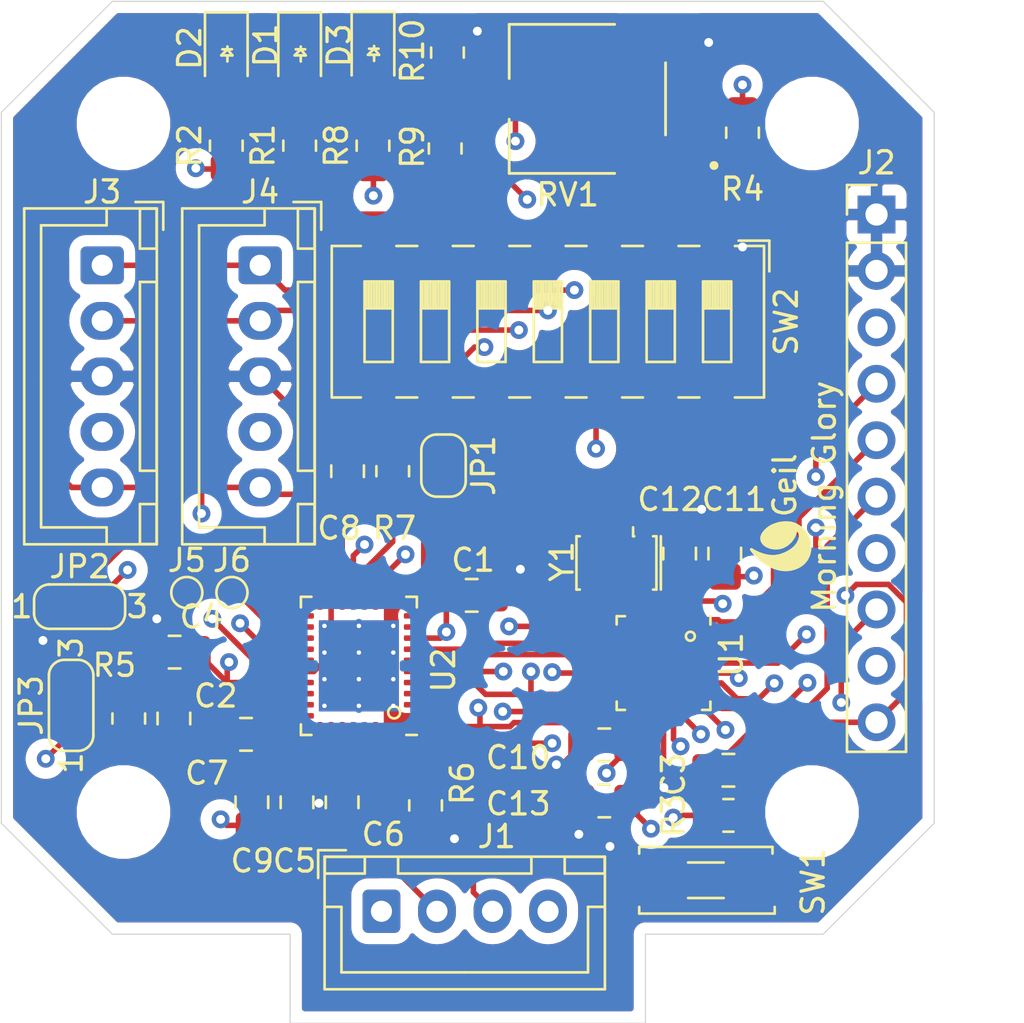
<source format=kicad_pcb>
(kicad_pcb (version 20171130) (host pcbnew "(5.1.12-1-10_14)")
  (layers (0 F.Cu signal) (1 Vio.Cu power) (2 Sig.Cu signal) (31 B.Cu power) (34 B.Paste user hide) (35 F.Paste user hide) (36 B.SilkS user hide) (37 F.SilkS user) (38 B.Mask user hide) (39 F.Mask user hide) (44 Edge.Cuts user hide))
  (net 0 "")
  (net 1 GND)
  (net 2 "Net-(D1-Pad2)")
  (net 3 "Net-(D2-Pad2)")
  (net 4 +5V)
  (net 5 +12V)
  (net 6 "Net-(C3-Pad1)")
  (net 7 "Net-(C2-Pad2)")
  (net 8 /RESET)
  (net 9 "Net-(C7-Pad2)")
  (net 10 "Net-(C7-Pad1)")
  (net 11 "Net-(C9-Pad2)")
  (net 12 "Net-(D3-Pad2)")
  (net 13 /TMC2130_silentstepstick_v20/MB2)
  (net 14 /TMC2130_silentstepstick_v20/MA2)
  (net 15 /TMC2130_silentstepstick_v20/MA1)
  (net 16 /TMC2130_silentstepstick_v20/MB1)
  (net 17 /RX)
  (net 18 /SCL)
  (net 19 /SDA)
  (net 20 "Net-(R4-Pad1)")
  (net 21 "Net-(R6-Pad1)")
  (net 22 "Net-(R7-Pad1)")
  (net 23 /IND)
  (net 24 /VM_REF)
  (net 25 "Net-(RV1-Pad2)")
  (net 26 /P7)
  (net 27 /P6)
  (net 28 /P5)
  (net 29 /P4)
  (net 30 /P3)
  (net 31 /P2)
  (net 32 /P1)
  (net 33 /TMC2130_silentstepstick_v20/EN)
  (net 34 /DIR)
  (net 35 /STEP)
  (net 36 /SS)
  (net 37 /MOSI)
  (net 38 /MISO)
  (net 39 /SCK)
  (net 40 "Net-(U2-Pad9)")
  (net 41 "Net-(J5-Pad1)")
  (net 42 "Net-(J6-Pad1)")
  (net 43 "Net-(JP1-Pad2)")
  (net 44 /TX)
  (net 45 /CLKA)
  (net 46 /CLKB)
  (net 47 /TMC2130_silentstepstick_v20/CFG4)
  (net 48 /TMC2130_silentstepstick_v20/CFG5)
  (module Capacitor_SMD:C_0805_2012Metric_Pad1.18x1.45mm_HandSolder (layer F.Cu) (at 132.8 105.3)
    (fp_text reference C4 (at 1.2065 -1.5875 180) (layer F.SilkS))
    (fp_text value 4u7/10v)
    (pad 1 smd roundrect (at -1.0375 0) (size 1.175 1.45) (layers F.Cu F.Paste F.Mask) (roundrect_rratio 0.2127659574468085) (net 1 GND))
    (pad 2 smd roundrect (at 1.0375 0) (size 1.175 1.45) (layers F.Cu F.Paste F.Mask) (roundrect_rratio 0.2127659574468085) (net 4 +5V))
  )
  (module Crystal:Resonator_SMD_muRata_CSTxExxV-3Pin_3.0x1.1mm_HandSoldering (layer F.Cu) (at 152.6921 101.2825 180)
    (fp_text reference Y1 (at 2.4511 0.0635 90) (layer F.SilkS))
    (fp_text value 16Mhz)
    (pad 1 smd rect (at -1.2 0 180) (size 0.4 3.2) (layers F.Cu F.Paste F.Mask) (net 45 /CLKA))
    (pad 2 smd rect (at 0 0 180) (size 0.4 3.2) (layers F.Cu F.Paste F.Mask) (net 1 GND))
    (pad 3 smd rect (at 1.2 0 180) (size 0.4 3.2) (layers F.Cu F.Paste F.Mask) (net 46 /CLKB))
  )
  (module Capacitor_SMD:C_0805_2012Metric_Pad1.18x1.45mm_HandSolder (layer F.Cu) (at 157.5689 100.8634 90)
    (fp_text reference C11 (at 2.4384 0.4191) (layer F.SilkS))
    (fp_text value 10u)
    (pad 2 smd roundrect (at 1.0375 0 90) (size 1.175 1.45) (layers F.Cu F.Paste F.Mask) (roundrect_rratio 0.2127659574468085) (net 1 GND))
    (pad 1 smd roundrect (at -1.0375 0 90) (size 1.175 1.45) (layers F.Cu F.Paste F.Mask) (roundrect_rratio 0.2127659574468085) (net 4 +5V))
  )
  (module Capacitor_SMD:C_0805_2012Metric_Pad1.18x1.45mm_HandSolder (layer F.Cu) (at 155.5369 100.8634 90)
    (fp_text reference C12 (at 2.4384 -0.4445 180) (layer F.SilkS))
    (fp_text value 100n/50V)
    (pad 1 smd roundrect (at -1.0375 0 90) (size 1.175 1.45) (layers F.Cu F.Paste F.Mask) (roundrect_rratio 0.2127659574468085) (net 4 +5V))
    (pad 2 smd roundrect (at 1.0375 0 90) (size 1.175 1.45) (layers F.Cu F.Paste F.Mask) (roundrect_rratio 0.2127659574468085) (net 1 GND))
  )
  (module "Logos:Geil Small" (layer F.Cu) (at 160.274 100.584 90)
    (fp_text reference REF** hide)
    (fp_text value "Geil Small")
  )
  (module Capacitor_SMD:C_0805_2012Metric_Pad1.18x1.45mm_HandSolder (layer F.Cu) (at 140.343 112.06 270)
    (fp_text reference C6 (at 1.44 -1.857 180) (layer F.SilkS))
    (fp_text value 100n/50V)
    (pad 2 smd roundrect (at 1.0375 0 270) (size 1.175 1.45) (layers F.Cu F.Paste F.Mask) (roundrect_rratio 0.2127659574468085) (net 1 GND))
    (pad 1 smd roundrect (at -1.0375 0 270) (size 1.175 1.45) (layers F.Cu F.Paste F.Mask) (roundrect_rratio 0.2127659574468085) (net 5 +12V))
  )
  (module TestPoint:TestPoint_Pad_D1.0mm (layer F.Cu) (at 135.382 102.616)
    (fp_text reference J6 (at 0 -1.448) (layer F.SilkS))
    (fp_text value Conn_01x01_Female)
    (pad 1 smd circle (at 0 0) (size 1 1) (layers F.Cu F.Mask) (net 42 "Net-(J6-Pad1)"))
  )
  (module Package_DFN_QFN:QFN-28-1EP_4x4mm_P0.45mm_EP2.4x2.4mm (layer F.Cu) (at 154.813 105.791 270)
    (fp_text reference U1 (at -0.381 -3.048 90) (layer F.SilkS))
    (fp_text value ATmega328P-PU)
    (pad 1 smd custom (at -1.95 -1.35 270) (size 0.179289 0.179289) (layers F.Cu F.Paste F.Mask) (net 31 /P2) (options (clearance outline) (anchor circle)) (primitives (gr_poly (pts (xy -0.3375 -0.0625) (xy 0.274112 -0.0625) (xy 0.3375 0.000888) (xy 0.3375 0.0625) (xy -0.3375 0.0625)) (width 0.125))))
    (pad 2 smd roundrect (at -1.95 -0.9 270) (size 0.8 0.25) (layers F.Cu F.Paste F.Mask) (net 30 /P3))
    (pad 3 smd roundrect (at -1.95 -0.45 270) (size 0.8 0.25) (layers F.Cu F.Paste F.Mask) (net 4 +5V))
    (pad 4 smd roundrect (at -1.95 0 270) (size 0.8 0.25) (layers F.Cu F.Paste F.Mask) (net 1 GND))
    (pad 5 smd roundrect (at -1.95 0.45 270) (size 0.8 0.25) (layers F.Cu F.Paste F.Mask) (net 45 /CLKA))
    (pad 6 smd roundrect (at -1.95 0.9 270) (size 0.8 0.25) (layers F.Cu F.Paste F.Mask) (net 46 /CLKB))
    (pad 7 smd custom (at -1.95 1.35 270) (size 0.179289 0.179289) (layers F.Cu F.Paste F.Mask) (net 29 /P4) (options (clearance outline) (anchor circle)) (primitives (gr_poly (pts (xy -0.3375 -0.0625) (xy 0.3375 -0.0625) (xy 0.3375 -0.000888) (xy 0.274112 0.0625) (xy -0.3375 0.0625)) (width 0.125))))
    (pad 8 smd custom (at -1.35 1.95 270) (size 0.179289 0.179289) (layers F.Cu F.Paste F.Mask) (net 28 /P5) (options (clearance outline) (anchor circle)) (primitives (gr_poly (pts (xy -0.0625 -0.274112) (xy 0.000888 -0.3375) (xy 0.0625 -0.3375) (xy 0.0625 0.3375) (xy -0.0625 0.3375)) (width 0.125))))
    (pad 9 smd roundrect (at -0.9 1.95 270) (size 0.25 0.8) (layers F.Cu F.Paste F.Mask) (net 33 /TMC2130_silentstepstick_v20/EN))
    (pad 10 smd roundrect (at -0.45 1.95 270) (size 0.25 0.8) (layers F.Cu F.Paste F.Mask) (net 34 /DIR))
    (pad 11 smd roundrect (at 0 1.95 270) (size 0.25 0.8) (layers F.Cu F.Paste F.Mask) (net 35 /STEP))
    (pad 12 smd roundrect (at 0.45 1.95 270) (size 0.25 0.8) (layers F.Cu F.Paste F.Mask) (net 36 /SS))
    (pad 13 smd roundrect (at 0.9 1.95 270) (size 0.25 0.8) (layers F.Cu F.Paste F.Mask) (net 37 /MOSI))
    (pad 14 smd custom (at 1.35 1.95 270) (size 0.179289 0.179289) (layers F.Cu F.Paste F.Mask) (net 38 /MISO) (options (clearance outline) (anchor circle)) (primitives (gr_poly (pts (xy -0.0625 -0.3375) (xy -0.000888 -0.3375) (xy 0.0625 -0.274112) (xy 0.0625 0.3375) (xy -0.0625 0.3375)) (width 0.125))))
    (pad 15 smd custom (at 1.95 1.35 270) (size 0.179289 0.179289) (layers F.Cu F.Paste F.Mask) (net 39 /SCK) (options (clearance outline) (anchor circle)) (primitives (gr_poly (pts (xy -0.3375 -0.0625) (xy 0.3375 -0.0625) (xy 0.3375 0.0625) (xy -0.274112 0.0625) (xy -0.3375 -0.000888)) (width 0.125))))
    (pad 16 smd roundrect (at 1.95 0.9 270) (size 0.8 0.25) (layers F.Cu F.Paste F.Mask) (net 4 +5V))
    (pad 17 smd roundrect (at 1.95 0.45 270) (size 0.8 0.25) (layers F.Cu F.Paste F.Mask) (net 4 +5V))
    (pad 18 smd roundrect (at 1.95 0 270) (size 0.8 0.25) (layers F.Cu F.Paste F.Mask) (net 1 GND))
    (pad 19 smd roundrect (at 1.95 -0.45 270) (size 0.8 0.25) (layers F.Cu F.Paste F.Mask) (net 23 /IND))
    (pad 20 smd roundrect (at 1.95 -0.9 270) (size 0.8 0.25) (layers F.Cu F.Paste F.Mask) (net 27 /P6))
    (pad 21 smd custom (at 1.95 -1.35 270) (size 0.179289 0.179289) (layers F.Cu F.Paste F.Mask) (net 26 /P7) (options (clearance outline) (anchor circle)) (primitives (gr_poly (pts (xy -0.3375 0.000888) (xy -0.274112 -0.0625) (xy 0.3375 -0.0625) (xy 0.3375 0.0625) (xy -0.3375 0.0625)) (width 0.125))))
    (pad 22 smd custom (at 1.35 -1.95 270) (size 0.179289 0.179289) (layers F.Cu F.Paste F.Mask) (net 24 /VM_REF) (options (clearance outline) (anchor circle)) (primitives (gr_poly (pts (xy -0.0625 -0.3375) (xy 0.0625 -0.3375) (xy 0.0625 0.274112) (xy -0.000888 0.3375) (xy -0.0625 0.3375)) (width 0.125))))
    (pad 23 smd roundrect (at 0.9 -1.95 270) (size 0.25 0.8) (layers F.Cu F.Paste F.Mask) (net 19 /SDA))
    (pad 24 smd roundrect (at 0.45 -1.95 270) (size 0.25 0.8) (layers F.Cu F.Paste F.Mask) (net 18 /SCL))
    (pad 25 smd roundrect (at 0 -1.95 270) (size 0.25 0.8) (layers F.Cu F.Paste F.Mask) (net 8 /RESET))
    (pad 26 smd roundrect (at -0.45 -1.95 270) (size 0.25 0.8) (layers F.Cu F.Paste F.Mask) (net 17 /RX))
    (pad 27 smd roundrect (at -0.9 -1.95 270) (size 0.25 0.8) (layers F.Cu F.Paste F.Mask) (net 44 /TX))
    (pad 28 smd custom (at -1.35 -1.95 270) (size 0.179289 0.179289) (layers F.Cu F.Paste F.Mask) (net 32 /P1) (options (clearance outline) (anchor circle)) (primitives (gr_poly (pts (xy -0.0625 -0.3375) (xy 0.0625 -0.3375) (xy 0.0625 0.3375) (xy 0.000888 0.3375) (xy -0.0625 0.274112)) (width 0.125))))
    (pad 29 smd rect (at 0 0 270) (size 2.4 2.4) (layers F.Cu F.Mask) (net 1 GND))
  )
  (module TestPoint:TestPoint_Pad_D1.0mm (layer F.Cu) (at 133.35 102.616)
    (fp_text reference J5 (at 0 -1.448) (layer F.SilkS))
    (fp_text value Conn_01x01_Female)
    (pad 1 smd circle (at 0 0) (size 1 1) (layers F.Cu F.Mask) (net 41 "Net-(J5-Pad1)"))
  )
  (module Jumper:SolderJumper-2_P1.3mm_Open_RoundedPad1.0x1.5mm (layer F.Cu) (at 144.907 96.901 270)
    (fp_text reference JP1 (at 0 -1.8 90) (layer F.SilkS))
    (fp_text value Jumper_2_Open)
    (pad 1 smd custom (at -0.65 0 270) (size 1 0.5) (layers F.Cu F.Mask) (net 1 GND) (options (clearance outline) (anchor rect)) (primitives (gr_circle (center 0 0.25) (end 0.5 0.25) (width 0)) (gr_circle (center 0 -0.25) (end 0.5 -0.25) (width 0)) (gr_poly (pts (xy 0 -0.75) (xy 0.5 -0.75) (xy 0.5 0.75) (xy 0 0.75)) (width 0))))
    (pad 2 smd custom (at 0.65 0 270) (size 1 0.5) (layers F.Cu F.Mask) (net 43 "Net-(JP1-Pad2)") (options (clearance outline) (anchor rect)) (primitives (gr_circle (center 0 0.25) (end 0.5 0.25) (width 0)) (gr_circle (center 0 -0.25) (end 0.5 -0.25) (width 0)) (gr_poly (pts (xy 0 -0.75) (xy -0.5 -0.75) (xy -0.5 0.75) (xy 0 0.75)) (width 0))))
  )
  (module Capacitor_SMD:C_0805_2012Metric_Pad1.18x1.45mm_HandSolder (layer F.Cu) (at 136.017 109 180)
    (fp_text reference C7 (at 1.767 -1.75) (layer F.SilkS))
    (fp_text value 22n/50V)
    (pad 2 smd roundrect (at 1.0375 0 180) (size 1.175 1.45) (layers F.Cu F.Paste F.Mask) (roundrect_rratio 0.2127659574468085) (net 9 "Net-(C7-Pad2)"))
    (pad 1 smd roundrect (at -1.0375 0 180) (size 1.175 1.45) (layers F.Cu F.Paste F.Mask) (roundrect_rratio 0.2127659574468085) (net 10 "Net-(C7-Pad1)"))
  )
  (module Capacitor_SMD:C_0805_2012Metric_Pad1.18x1.45mm_HandSolder (layer F.Cu) (at 146.177 102.743)
    (fp_text reference C1 (at 0.0635 -1.5875) (layer F.SilkS))
    (fp_text value 100n/50V)
    (pad 1 smd roundrect (at -1.0375 0) (size 1.175 1.45) (layers F.Cu F.Paste F.Mask) (roundrect_rratio 0.2127659574468085) (net 4 +5V))
    (pad 2 smd roundrect (at 1.0375 0) (size 1.175 1.45) (layers F.Cu F.Paste F.Mask) (roundrect_rratio 0.2127659574468085) (net 1 GND))
  )
  (module Capacitor_SMD:C_0805_2012Metric_Pad1.18x1.45mm_HandSolder (layer F.Cu) (at 132.769 108.288 90)
    (fp_text reference C2 (at 1.018 1.881 180) (layer F.SilkS))
    (fp_text value 470n/10V)
    (pad 2 smd roundrect (at 1.0375 0 90) (size 1.175 1.45) (layers F.Cu F.Paste F.Mask) (roundrect_rratio 0.2127659574468085) (net 7 "Net-(C2-Pad2)"))
    (pad 1 smd roundrect (at -1.0375 0 90) (size 1.175 1.45) (layers F.Cu F.Paste F.Mask) (roundrect_rratio 0.2127659574468085) (net 1 GND))
  )
  (module Capacitor_SMD:C_0805_2012Metric_Pad1.18x1.45mm_HandSolder (layer F.Cu) (at 138.311 112.06 270)
    (fp_text reference C5 (at 2.64 0.111 180) (layer F.SilkS))
    (fp_text value 100n/50V)
    (pad 1 smd roundrect (at -1.0375 0 270) (size 1.175 1.45) (layers F.Cu F.Paste F.Mask) (roundrect_rratio 0.2127659574468085) (net 5 +12V))
    (pad 2 smd roundrect (at 1.0375 0 270) (size 1.175 1.45) (layers F.Cu F.Paste F.Mask) (roundrect_rratio 0.2127659574468085) (net 1 GND))
  )
  (module Capacitor_SMD:C_0805_2012Metric_Pad1.18x1.45mm_HandSolder (layer F.Cu) (at 140.589 97.155 90)
    (fp_text reference C8 (at -2.5654 -0.381 180) (layer F.SilkS))
    (fp_text value 1u/50V)
    (pad 2 smd roundrect (at 1.0375 0 90) (size 1.175 1.45) (layers F.Cu F.Paste F.Mask) (roundrect_rratio 0.2127659574468085) (net 1 GND))
    (pad 1 smd roundrect (at -1.0375 0 90) (size 1.175 1.45) (layers F.Cu F.Paste F.Mask) (roundrect_rratio 0.2127659574468085) (net 5 +12V))
  )
  (module Capacitor_SMD:C_0805_2012Metric_Pad1.18x1.45mm_HandSolder (layer F.Cu) (at 136.279 112.06 90)
    (fp_text reference C9 (at -2.64 0.021) (layer F.SilkS))
    (fp_text value 100n/50V)
    (pad 1 smd roundrect (at -1.0375 0 90) (size 1.175 1.45) (layers F.Cu F.Paste F.Mask) (roundrect_rratio 0.2127659574468085) (net 5 +12V))
    (pad 2 smd roundrect (at 1.0375 0 90) (size 1.175 1.45) (layers F.Cu F.Paste F.Mask) (roundrect_rratio 0.2127659574468085) (net 11 "Net-(C9-Pad2)"))
  )
  (module Resistor_SMD:R_0805_2012Metric_Pad1.20x1.40mm_HandSolder (layer F.Cu) (at 130.737 108.288 90)
    (fp_text reference R5 (at 2.398 -0.647 180) (layer F.SilkS))
    (fp_text value 2R2)
    (pad 1 smd roundrect (at -1 0 90) (size 1.2 1.4) (layers F.Cu F.Paste F.Mask) (roundrect_rratio 0.2083325) (net 4 +5V))
    (pad 2 smd roundrect (at 1 0 90) (size 1.2 1.4) (layers F.Cu F.Paste F.Mask) (roundrect_rratio 0.2083325) (net 7 "Net-(C2-Pad2)"))
  )
  (module Resistor_SMD:R_0805_2012Metric_Pad1.20x1.40mm_HandSolder (layer F.Cu) (at 144.1 112.2 270)
    (fp_text reference R6 (at -1 -1.651 270) (layer F.SilkS))
    (fp_text value R0805/0R11)
    (pad 1 smd roundrect (at -1 0 270) (size 1.2 1.4) (layers F.Cu F.Paste F.Mask) (roundrect_rratio 0.2083325) (net 21 "Net-(R6-Pad1)"))
    (pad 2 smd roundrect (at 1 0 270) (size 1.2 1.4) (layers F.Cu F.Paste F.Mask) (roundrect_rratio 0.2083325) (net 1 GND))
  )
  (module Resistor_SMD:R_0805_2012Metric_Pad1.20x1.40mm_HandSolder (layer F.Cu) (at 142.621 97.155 90)
    (fp_text reference R7 (at -2.5654 0.0762 180) (layer F.SilkS))
    (fp_text value R0805/0R11)
    (pad 2 smd roundrect (at 1 0 90) (size 1.2 1.4) (layers F.Cu F.Paste F.Mask) (roundrect_rratio 0.2083325) (net 1 GND))
    (pad 1 smd roundrect (at -1 0 90) (size 1.2 1.4) (layers F.Cu F.Paste F.Mask) (roundrect_rratio 0.2083325) (net 22 "Net-(R7-Pad1)"))
  )
  (module "Motor:Nema 17" (layer F.Cu) (at 146 97 90)
    (fp_text reference H1 hide)
    (fp_text value Nema17)
    (pad 1 np_thru_hole circle (at -15.5 15.5 90) (size 3.2 3.2) (drill 3.2) (layers *.Cu *.Mask))
    (pad 1 np_thru_hole circle (at 15.5 15.5 90) (size 3.2 3.2) (drill 3.2) (layers *.Cu *.Mask))
    (pad 1 np_thru_hole circle (at 15.5 -15.5 90) (size 3.2 3.2) (drill 3.2) (layers *.Cu *.Mask))
    (pad 1 np_thru_hole circle (at -15.5 -15.5 90) (size 3.2 3.2) (drill 3.2) (layers *.Cu *.Mask))
  )
  (module Connector_JST:JST_XH_B4B-XH-A_1x04_P2.50mm_Vertical (layer F.Cu) (at 142.113 116.967)
    (fp_text reference J1 (at 5.187 -3.367) (layer F.SilkS))
    (fp_text value "JST 4 Pin")
    (pad 1 thru_hole roundrect (at 0 0) (size 1.7 1.95) (drill 0.95) (layers *.Cu *.Mask) (roundrect_rratio 0.1470588235294118) (net 13 /TMC2130_silentstepstick_v20/MB2))
    (pad 2 thru_hole oval (at 2.5 0) (size 1.7 1.95) (drill 0.95) (layers *.Cu *.Mask) (net 14 /TMC2130_silentstepstick_v20/MA2))
    (pad 3 thru_hole oval (at 5 0) (size 1.7 1.95) (drill 0.95) (layers *.Cu *.Mask) (net 15 /TMC2130_silentstepstick_v20/MA1))
    (pad 4 thru_hole oval (at 7.5 0) (size 1.7 1.95) (drill 0.95) (layers *.Cu *.Mask) (net 16 /TMC2130_silentstepstick_v20/MB1))
  )
  (module Connector_JST:JST_XH_B5B-XH-A_1x05_P2.50mm_Vertical (layer F.Cu) (at 129.54 87.884 270)
    (fp_text reference J3 (at -3.302 0 180) (layer F.SilkS))
    (fp_text value "JST 5 Pin")
    (pad 5 thru_hole oval (at 10 0 270) (size 1.7 1.95) (drill 0.95) (layers *.Cu *.Mask) (net 5 +12V))
    (pad 4 thru_hole oval (at 7.5 0 270) (size 1.7 1.95) (drill 0.95) (layers *.Cu *.Mask) (net 4 +5V))
    (pad 3 thru_hole oval (at 5 0 270) (size 1.7 1.95) (drill 0.95) (layers *.Cu *.Mask) (net 1 GND))
    (pad 2 thru_hole oval (at 2.5 0 270) (size 1.7 1.95) (drill 0.95) (layers *.Cu *.Mask) (net 18 /SCL))
    (pad 1 thru_hole roundrect (at 0 0 270) (size 1.7 1.95) (drill 0.95) (layers *.Cu *.Mask) (roundrect_rratio 0.1470588235294118) (net 19 /SDA))
  )
  (module Connector_JST:JST_XH_B5B-XH-A_1x05_P2.50mm_Vertical (layer F.Cu) (at 136.652 87.884 270)
    (fp_text reference J4 (at -3.302 0 180) (layer F.SilkS))
    (fp_text value "JST 5 Pin")
    (pad 1 thru_hole roundrect (at 0 0 270) (size 1.7 1.95) (drill 0.95) (layers *.Cu *.Mask) (roundrect_rratio 0.1470588235294118) (net 19 /SDA))
    (pad 2 thru_hole oval (at 2.5 0 270) (size 1.7 1.95) (drill 0.95) (layers *.Cu *.Mask) (net 18 /SCL))
    (pad 3 thru_hole oval (at 5 0 270) (size 1.7 1.95) (drill 0.95) (layers *.Cu *.Mask) (net 1 GND))
    (pad 4 thru_hole oval (at 7.5 0 270) (size 1.7 1.95) (drill 0.95) (layers *.Cu *.Mask) (net 4 +5V))
    (pad 5 thru_hole oval (at 10 0 270) (size 1.7 1.95) (drill 0.95) (layers *.Cu *.Mask) (net 5 +12V))
  )
  (module Button_Switch_SMD:SW_DIP_SPSTx07_Slide_6.7x19.34mm_W6.73mm_P2.54mm_LowProfile_JPin (layer F.Cu) (at 149.606 90.424 270)
    (fp_text reference SW2 (at 0 -10.73 90) (layer F.SilkS))
    (fp_text value SW_DIP_x07)
    (pad 1 smd rect (at -3.365 -7.62 270) (size 2.16 1.12) (layers F.Cu F.Paste F.Mask) (net 1 GND))
    (pad 8 smd rect (at 3.365 7.62 270) (size 2.16 1.12) (layers F.Cu F.Paste F.Mask) (net 26 /P7))
    (pad 2 smd rect (at -3.365 -5.08 270) (size 2.16 1.12) (layers F.Cu F.Paste F.Mask) (net 1 GND))
    (pad 9 smd rect (at 3.365 5.08 270) (size 2.16 1.12) (layers F.Cu F.Paste F.Mask) (net 27 /P6))
    (pad 3 smd rect (at -3.365 -2.54 270) (size 2.16 1.12) (layers F.Cu F.Paste F.Mask) (net 1 GND))
    (pad 10 smd rect (at 3.365 2.54 270) (size 2.16 1.12) (layers F.Cu F.Paste F.Mask) (net 28 /P5))
    (pad 4 smd rect (at -3.365 0 270) (size 2.16 1.12) (layers F.Cu F.Paste F.Mask) (net 1 GND))
    (pad 11 smd rect (at 3.365 0 270) (size 2.16 1.12) (layers F.Cu F.Paste F.Mask) (net 29 /P4))
    (pad 5 smd rect (at -3.365 2.54 270) (size 2.16 1.12) (layers F.Cu F.Paste F.Mask) (net 1 GND))
    (pad 12 smd rect (at 3.365 -2.54 270) (size 2.16 1.12) (layers F.Cu F.Paste F.Mask) (net 30 /P3))
    (pad 6 smd rect (at -3.365 5.08 270) (size 2.16 1.12) (layers F.Cu F.Paste F.Mask) (net 1 GND))
    (pad 13 smd rect (at 3.365 -5.08 270) (size 2.16 1.12) (layers F.Cu F.Paste F.Mask) (net 31 /P2))
    (pad 7 smd rect (at -3.365 7.62 270) (size 2.16 1.12) (layers F.Cu F.Paste F.Mask) (net 1 GND))
    (pad 14 smd rect (at 3.365 -7.62 270) (size 2.16 1.12) (layers F.Cu F.Paste F.Mask) (net 32 /P1))
  )
  (module Capacitor_SMD:C_0805_2012Metric_Pad1.18x1.45mm_HandSolder (layer F.Cu) (at 157.734 110.617)
    (fp_text reference C3 (at -2.4765 0.1905 90) (layer F.SilkS))
    (fp_text value 100nF/50V)
    (pad 1 smd roundrect (at -1.0375 0) (size 1.175 1.45) (layers F.Cu F.Paste F.Mask) (roundrect_rratio 0.2127659574468085) (net 6 "Net-(C3-Pad1)"))
    (pad 2 smd roundrect (at 1.0375 0) (size 1.175 1.45) (layers F.Cu F.Paste F.Mask) (roundrect_rratio 0.2127659574468085) (net 8 /RESET))
  )
  (module Resistor_SMD:R_0805_2012Metric_Pad1.20x1.40mm_HandSolder (layer F.Cu) (at 157.734 112.649 180)
    (fp_text reference R3 (at 2.4765 0 270) (layer F.SilkS))
    (fp_text value 10K)
    (pad 1 smd roundrect (at -1 0 180) (size 1.2 1.4) (layers F.Cu F.Paste F.Mask) (roundrect_rratio 0.2083325) (net 8 /RESET))
    (pad 2 smd roundrect (at 1 0 180) (size 1.2 1.4) (layers F.Cu F.Paste F.Mask) (roundrect_rratio 0.2083325) (net 4 +5V))
  )
  (module Button_Switch_SMD:SPST_FSM2JMTR (layer F.Cu) (at 156.718 115.57)
    (fp_text reference SW1 (at 4.826 0.0635 90) (layer F.SilkS))
    (fp_text value SW_SPST)
    (pad 2 smd rect (at 2.4 0) (size 2.8 2.2) (layers F.Cu F.Paste F.Mask) (net 8 /RESET))
    (pad 1 smd rect (at -2.4 0) (size 2.8 2.2) (layers F.Cu F.Paste F.Mask) (net 1 GND))
  )
  (module Capacitor_SMD:C_0805_2012Metric_Pad1.18x1.45mm_HandSolder (layer F.Cu) (at 152.146 109.474 180)
    (fp_text reference C10 (at 3.8735 -0.5715) (layer F.SilkS))
    (fp_text value 0.1u)
    (pad 1 smd roundrect (at -1.0375 0 180) (size 1.175 1.45) (layers F.Cu F.Paste F.Mask) (roundrect_rratio 0.2127659574468085) (net 4 +5V))
    (pad 2 smd roundrect (at 1.0375 0 180) (size 1.175 1.45) (layers F.Cu F.Paste F.Mask) (roundrect_rratio 0.2127659574468085) (net 1 GND))
  )
  (module Capacitor_SMD:C_0805_2012Metric_Pad1.18x1.45mm_HandSolder (layer F.Cu) (at 152.146 112 180)
    (fp_text reference C13 (at 3.8735 -0.127 180) (layer F.SilkS))
    (fp_text value 100n/50V)
    (pad 2 smd roundrect (at 1.0375 0 180) (size 1.175 1.45) (layers F.Cu F.Paste F.Mask) (roundrect_rratio 0.2127659574468085) (net 1 GND))
    (pad 1 smd roundrect (at -1.0375 0 180) (size 1.175 1.45) (layers F.Cu F.Paste F.Mask) (roundrect_rratio 0.2127659574468085) (net 4 +5V))
  )
  (module Package_DFN_QFN:QFN-36-1EP_5x6mm_P0.5mm_EP3.6x4.1mm_ThermalVias (layer F.Cu) (at 141.097 105.918 180)
    (fp_text reference U2 (at -3.81 -0.1905 90) (layer F.SilkS))
    (fp_text value TMC2130-LA)
    (pad 1 smd roundrect (at -2.45 -2.25 180) (size 0.85 0.25) (layers F.Cu F.Paste F.Mask) (net 1 GND))
    (pad 2 smd roundrect (at -2.45 -1.75 180) (size 0.85 0.25) (layers F.Cu F.Paste F.Mask) (net 36 /SS))
    (pad 3 smd roundrect (at -2.45 -1.25 180) (size 0.85 0.25) (layers F.Cu F.Paste F.Mask) (net 39 /SCK))
    (pad 4 smd roundrect (at -2.45 -0.75 180) (size 0.85 0.25) (layers F.Cu F.Paste F.Mask) (net 37 /MOSI))
    (pad 5 smd roundrect (at -2.45 -0.25 180) (size 0.85 0.25) (layers F.Cu F.Paste F.Mask) (net 38 /MISO))
    (pad 6 smd roundrect (at -2.45 0.25 180) (size 0.85 0.25) (layers F.Cu F.Paste F.Mask) (net 35 /STEP))
    (pad 7 smd roundrect (at -2.45 0.75 180) (size 0.85 0.25) (layers F.Cu F.Paste F.Mask) (net 34 /DIR))
    (pad 8 smd roundrect (at -2.45 1.25 180) (size 0.85 0.25) (layers F.Cu F.Paste F.Mask) (net 4 +5V))
    (pad 9 smd roundrect (at -2.45 1.75 180) (size 0.85 0.25) (layers F.Cu F.Paste F.Mask) (net 40 "Net-(U2-Pad9)"))
    (pad 10 smd roundrect (at -2.45 2.25 180) (size 0.85 0.25) (layers F.Cu F.Paste F.Mask) (net 43 "Net-(JP1-Pad2)"))
    (pad 11 smd roundrect (at -1.75 2.95 180) (size 0.25 0.85) (layers F.Cu F.Paste F.Mask) (net 1 GND))
    (pad 12 smd roundrect (at -1.25 2.95 180) (size 0.25 0.85) (layers F.Cu F.Paste F.Mask) (net 1 GND))
    (pad 13 smd roundrect (at -0.75 2.95 180) (size 0.25 0.85) (layers F.Cu F.Paste F.Mask) (net 16 /TMC2130_silentstepstick_v20/MB1))
    (pad 14 smd roundrect (at -0.25 2.95 180) (size 0.25 0.85) (layers F.Cu F.Paste F.Mask) (net 22 "Net-(R7-Pad1)"))
    (pad 15 smd roundrect (at 0.25 2.95 180) (size 0.25 0.85) (layers F.Cu F.Paste F.Mask) (net 13 /TMC2130_silentstepstick_v20/MB2))
    (pad 16 smd roundrect (at 0.75 2.95 180) (size 0.25 0.85) (layers F.Cu F.Paste F.Mask) (net 5 +12V))
    (pad 17 smd roundrect (at 1.25 2.95 180) (size 0.25 0.85) (layers F.Cu F.Paste F.Mask) (net 1 GND))
    (pad 18 smd roundrect (at 1.75 2.95 180) (size 0.25 0.85) (layers F.Cu F.Paste F.Mask) (net 47 /TMC2130_silentstepstick_v20/CFG4))
    (pad 19 smd roundrect (at 2.45 2.25 180) (size 0.85 0.25) (layers F.Cu F.Paste F.Mask) (net 48 /TMC2130_silentstepstick_v20/CFG5))
    (pad 20 smd roundrect (at 2.45 1.75 180) (size 0.85 0.25) (layers F.Cu F.Paste F.Mask) (net 41 "Net-(J5-Pad1)"))
    (pad 21 smd roundrect (at 2.45 1.25 180) (size 0.85 0.25) (layers F.Cu F.Paste F.Mask) (net 42 "Net-(J6-Pad1)"))
    (pad 22 smd roundrect (at 2.45 0.75 180) (size 0.85 0.25) (layers F.Cu F.Paste F.Mask) (net 33 /TMC2130_silentstepstick_v20/EN))
    (pad 23 smd roundrect (at 2.45 0.25 180) (size 0.85 0.25) (layers F.Cu F.Paste F.Mask) (net 25 "Net-(RV1-Pad2)"))
    (pad 24 smd roundrect (at 2.45 -0.25 180) (size 0.85 0.25) (layers F.Cu F.Paste F.Mask) (net 1 GND))
    (pad 25 smd roundrect (at 2.45 -0.75 180) (size 0.85 0.25) (layers F.Cu F.Paste F.Mask) (net 4 +5V))
    (pad 26 smd roundrect (at 2.45 -1.25 180) (size 0.85 0.25) (layers F.Cu F.Paste F.Mask) (net 7 "Net-(C2-Pad2)"))
    (pad 27 smd roundrect (at 2.45 -1.75 180) (size 0.85 0.25) (layers F.Cu F.Paste F.Mask) (net 9 "Net-(C7-Pad2)"))
    (pad 28 smd roundrect (at 2.45 -2.25 180) (size 0.85 0.25) (layers F.Cu F.Paste F.Mask) (net 10 "Net-(C7-Pad1)"))
    (pad 29 smd roundrect (at 1.75 -2.95 180) (size 0.25 0.85) (layers F.Cu F.Paste F.Mask) (net 11 "Net-(C9-Pad2)"))
    (pad 30 smd roundrect (at 1.25 -2.95 180) (size 0.25 0.85) (layers F.Cu F.Paste F.Mask) (net 5 +12V))
    (pad 31 smd roundrect (at 0.75 -2.95 180) (size 0.25 0.85) (layers F.Cu F.Paste F.Mask) (net 5 +12V))
    (pad 32 smd roundrect (at 0.25 -2.95 180) (size 0.25 0.85) (layers F.Cu F.Paste F.Mask) (net 14 /TMC2130_silentstepstick_v20/MA2))
    (pad 33 smd roundrect (at -0.25 -2.95 180) (size 0.25 0.85) (layers F.Cu F.Paste F.Mask) (net 21 "Net-(R6-Pad1)"))
    (pad 34 smd roundrect (at -0.75 -2.95 180) (size 0.25 0.85) (layers F.Cu F.Paste F.Mask) (net 15 /TMC2130_silentstepstick_v20/MA1))
    (pad 35 smd roundrect (at -1.25 -2.95 180) (size 0.25 0.85) (layers F.Cu F.Paste F.Mask) (net 1 GND))
    (pad 36 smd roundrect (at -1.75 -2.95 180) (size 0.25 0.85) (layers F.Cu F.Paste F.Mask) (net 1 GND))
    (pad 37 smd rect (at 0 0 180) (size 3.6 4.1) (layers F.Cu F.Mask) (net 1 GND))
    (pad 37 thru_hole circle (at -1.55 -1.8 180) (size 0.5 0.5) (drill 0.2) (layers *.Cu) (net 1 GND))
    (pad 37 thru_hole circle (at 0 -1.8 180) (size 0.5 0.5) (drill 0.2) (layers *.Cu) (net 1 GND))
    (pad 37 thru_hole circle (at 1.55 -1.8 180) (size 0.5 0.5) (drill 0.2) (layers *.Cu) (net 1 GND))
    (pad 37 thru_hole circle (at -1.55 -0.6 180) (size 0.5 0.5) (drill 0.2) (layers *.Cu) (net 1 GND))
    (pad 37 thru_hole circle (at 0 -0.6 180) (size 0.5 0.5) (drill 0.2) (layers *.Cu) (net 1 GND))
    (pad 37 thru_hole circle (at 1.55 -0.6 180) (size 0.5 0.5) (drill 0.2) (layers *.Cu) (net 1 GND))
    (pad 37 thru_hole circle (at -1.55 0.6 180) (size 0.5 0.5) (drill 0.2) (layers *.Cu) (net 1 GND))
    (pad 37 thru_hole circle (at 0 0.6 180) (size 0.5 0.5) (drill 0.2) (layers *.Cu) (net 1 GND))
    (pad 37 thru_hole circle (at 1.55 0.6 180) (size 0.5 0.5) (drill 0.2) (layers *.Cu) (net 1 GND))
    (pad 37 thru_hole circle (at -1.55 1.8 180) (size 0.5 0.5) (drill 0.2) (layers *.Cu) (net 1 GND))
    (pad 37 thru_hole circle (at 0 1.8 180) (size 0.5 0.5) (drill 0.2) (layers *.Cu) (net 1 GND))
    (pad 37 thru_hole circle (at 1.55 1.8 180) (size 0.5 0.5) (drill 0.2) (layers *.Cu) (net 1 GND))
    (pad 37 smd rect (at 0 0 180) (size 3.6 4.1) (layers B.Cu) (net 1 GND))
  )
  (module 3361P-1-104GLF:TRIM_3361P-1-104GLF (layer F.Cu) (at 151.384 80.391 180)
    (fp_text reference RV1 (at 0.889 -4.318) (layer F.SilkS))
    (fp_text value 20K)
    (pad 1 smd rect (at -3.2 -2.54 180) (size 3.3 1.19) (layers F.Cu F.Paste F.Mask) (net 20 "Net-(R4-Pad1)"))
    (pad 2 smd rect (at 3.2 0 180) (size 3.3 1.19) (layers F.Cu F.Paste F.Mask) (net 25 "Net-(RV1-Pad2)"))
    (pad 3 smd rect (at -3.2 2.54 180) (size 3.3 1.19) (layers F.Cu F.Paste F.Mask) (net 1 GND))
  )
  (module Connector_PinHeader_2.54mm:PinHeader_1x10_P2.54mm_Vertical (layer F.Cu) (at 164.4015 85.598)
    (fp_text reference J2 (at 0 -2.33) (layer F.SilkS))
    (fp_text value "Male Connector 10 Pin")
    (pad 1 thru_hole rect (at 0 0) (size 1.7 1.7) (drill 1) (layers *.Cu *.Mask) (net 1 GND))
    (pad 2 thru_hole oval (at 0 2.54) (size 1.7 1.7) (drill 1) (layers *.Cu *.Mask) (net 1 GND))
    (pad 3 thru_hole oval (at 0 5.08) (size 1.7 1.7) (drill 1) (layers *.Cu *.Mask) (net 4 +5V))
    (pad 4 thru_hole oval (at 0 7.62) (size 1.7 1.7) (drill 1) (layers *.Cu *.Mask) (net 17 /RX))
    (pad 5 thru_hole oval (at 0 10.16) (size 1.7 1.7) (drill 1) (layers *.Cu *.Mask) (net 44 /TX))
    (pad 6 thru_hole oval (at 0 12.7) (size 1.7 1.7) (drill 1) (layers *.Cu *.Mask) (net 6 "Net-(C3-Pad1)"))
    (pad 7 thru_hole oval (at 0 15.24) (size 1.7 1.7) (drill 1) (layers *.Cu *.Mask) (net 39 /SCK))
    (pad 8 thru_hole oval (at 0 17.78) (size 1.7 1.7) (drill 1) (layers *.Cu *.Mask) (net 38 /MISO))
    (pad 9 thru_hole oval (at 0 20.32) (size 1.7 1.7) (drill 1) (layers *.Cu *.Mask) (net 37 /MOSI))
    (pad 10 thru_hole oval (at 0 22.86) (size 1.7 1.7) (drill 1) (layers *.Cu *.Mask) (net 8 /RESET))
  )
  (module LED_SMD:LED_0805_2012Metric_Pad1.15x1.40mm_HandSolder_WithDirection (layer F.Cu) (at 141.732 78.3336 270)
    (fp_text reference D3 (at -0.3556 1.524 90) (layer F.SilkS))
    (fp_text value GREEN)
    (pad 1 smd roundrect (at -1.025 0 270) (size 1.15 1.4) (layers F.Cu F.Paste F.Mask) (roundrect_rratio 0.2173904347826087) (net 1 GND))
    (pad 2 smd roundrect (at 1.025 0 270) (size 1.15 1.4) (layers F.Cu F.Paste F.Mask) (roundrect_rratio 0.2173904347826087) (net 12 "Net-(D3-Pad2)"))
  )
  (module Resistor_SMD:R_0805_2012Metric_Pad1.20x1.40mm_HandSolder (layer F.Cu) (at 138.43 82.4992 90)
    (fp_text reference R1 (at 0 -1.65 90) (layer F.SilkS))
    (fp_text value 500Ω)
    (pad 1 smd roundrect (at -1 0 90) (size 1.2 1.4) (layers F.Cu F.Paste F.Mask) (roundrect_rratio 0.2083325) (net 5 +12V))
    (pad 2 smd roundrect (at 1 0 90) (size 1.2 1.4) (layers F.Cu F.Paste F.Mask) (roundrect_rratio 0.2083325) (net 2 "Net-(D1-Pad2)"))
  )
  (module Resistor_SMD:R_0805_2012Metric_Pad1.20x1.40mm_HandSolder (layer F.Cu) (at 135.128 82.4992 90)
    (fp_text reference R2 (at 0 -1.65 90) (layer F.SilkS))
    (fp_text value 150Ω)
    (pad 2 smd roundrect (at 1 0 90) (size 1.2 1.4) (layers F.Cu F.Paste F.Mask) (roundrect_rratio 0.2083325) (net 3 "Net-(D2-Pad2)"))
    (pad 1 smd roundrect (at -1 0 90) (size 1.2 1.4) (layers F.Cu F.Paste F.Mask) (roundrect_rratio 0.2083325) (net 4 +5V))
  )
  (module Resistor_SMD:R_0805_2012Metric_Pad1.20x1.40mm_HandSolder (layer F.Cu) (at 141.732 82.4992 90)
    (fp_text reference R8 (at 0 -1.65 90) (layer F.SilkS))
    (fp_text value 150Ω)
    (pad 1 smd roundrect (at -1 0 90) (size 1.2 1.4) (layers F.Cu F.Paste F.Mask) (roundrect_rratio 0.2083325) (net 23 /IND))
    (pad 2 smd roundrect (at 1 0 90) (size 1.2 1.4) (layers F.Cu F.Paste F.Mask) (roundrect_rratio 0.2083325) (net 12 "Net-(D3-Pad2)"))
  )
  (module Resistor_SMD:R_0805_2012Metric_Pad1.20x1.40mm_HandSolder (layer F.Cu) (at 144.9832 82.6262 90)
    (fp_text reference R9 (at 0.0762 -1.4732 90) (layer F.SilkS))
    (fp_text value 1M)
    (pad 1 smd roundrect (at -1 0 90) (size 1.2 1.4) (layers F.Cu F.Paste F.Mask) (roundrect_rratio 0.2083325) (net 5 +12V))
    (pad 2 smd roundrect (at 1 0 90) (size 1.2 1.4) (layers F.Cu F.Paste F.Mask) (roundrect_rratio 0.2083325) (net 24 /VM_REF))
  )
  (module Resistor_SMD:R_0805_2012Metric_Pad1.20x1.40mm_HandSolder (layer F.Cu) (at 145.0848 78.3082 90)
    (fp_text reference R10 (at 0.0762 -1.5748 90) (layer F.SilkS))
    (fp_text value 100K)
    (pad 2 smd roundrect (at 1 0 90) (size 1.2 1.4) (layers F.Cu F.Paste F.Mask) (roundrect_rratio 0.2083325) (net 1 GND))
    (pad 1 smd roundrect (at -1 0 90) (size 1.2 1.4) (layers F.Cu F.Paste F.Mask) (roundrect_rratio 0.2083325) (net 24 /VM_REF))
  )
  (module Jumper:SolderJumper-3_P1.3mm_Bridged2Bar12_RoundedPad1.0x1.5mm_NumberLabels (layer F.Cu) (at 128.524 103.251)
    (fp_text reference JP2 (at 0 -1.8) (layer F.SilkS))
    (fp_text value SolderJumper_3_Bridged12)
    (fp_poly (pts (xy -0.9 0.2) (xy -0.4 0.2) (xy -0.4 0.6) (xy -0.9 0.6)) (layer F.Cu) (width 0))
    (fp_poly (pts (xy -0.9 -0.6) (xy -0.4 -0.6) (xy -0.4 -0.2) (xy -0.9 -0.2)) (layer F.Cu) (width 0))
    (fp_text user 3 (at 2.6 0) (layer F.SilkS))
    (fp_text user 1 (at -2.6 0) (layer F.SilkS))
    (pad 3 smd custom (at 1.3 0) (size 1 0.5) (layers F.Cu F.Mask) (net 4 +5V) (options (clearance outline) (anchor rect)) (primitives (gr_circle (center 0 0.25) (end 0.5 0.25) (width 0)) (gr_circle (center 0 -0.25) (end 0.5 -0.25) (width 0)) (gr_poly (pts (xy -0.55 -0.75) (xy 0 -0.75) (xy 0 0.75) (xy -0.55 0.75)) (width 0))))
    (pad 2 smd rect (at 0 0) (size 1 1.5) (layers F.Cu F.Mask) (net 47 /TMC2130_silentstepstick_v20/CFG4))
    (pad 1 smd custom (at -1.3 0) (size 1 0.5) (layers F.Cu F.Mask) (net 1 GND) (options (clearance outline) (anchor rect)) (primitives (gr_circle (center 0 0.25) (end 0.5 0.25) (width 0)) (gr_circle (center 0 -0.25) (end 0.5 -0.25) (width 0)) (gr_poly (pts (xy 0.55 -0.75) (xy 0 -0.75) (xy 0 0.75) (xy 0.55 0.75)) (width 0))))
  )
  (module Jumper:SolderJumper-3_P1.3mm_Bridged2Bar12_RoundedPad1.0x1.5mm_NumberLabels (layer F.Cu) (at 128.143 107.696 90)
    (fp_text reference JP3 (at 0 -1.8 90) (layer F.SilkS))
    (fp_text value SolderJumper_3_Bridged12)
    (fp_text user 1 (at -2.6 0 90) (layer F.SilkS))
    (fp_text user 3 (at 2.6 0 90) (layer F.SilkS))
    (fp_poly (pts (xy -0.9 -0.6) (xy -0.4 -0.6) (xy -0.4 -0.2) (xy -0.9 -0.2)) (layer F.Cu) (width 0))
    (fp_poly (pts (xy -0.9 0.2) (xy -0.4 0.2) (xy -0.4 0.6) (xy -0.9 0.6)) (layer F.Cu) (width 0))
    (pad 1 smd custom (at -1.3 0 90) (size 1 0.5) (layers F.Cu F.Mask) (net 4 +5V) (options (clearance outline) (anchor rect)) (primitives (gr_circle (center 0 0.25) (end 0.5 0.25) (width 0)) (gr_circle (center 0 -0.25) (end 0.5 -0.25) (width 0)) (gr_poly (pts (xy 0.55 -0.75) (xy 0 -0.75) (xy 0 0.75) (xy 0.55 0.75)) (width 0))))
    (pad 2 smd rect (at 0 0 90) (size 1 1.5) (layers F.Cu F.Mask) (net 48 /TMC2130_silentstepstick_v20/CFG5))
    (pad 3 smd custom (at 1.3 0 90) (size 1 0.5) (layers F.Cu F.Mask) (net 1 GND) (options (clearance outline) (anchor rect)) (primitives (gr_circle (center 0 0.25) (end 0.5 0.25) (width 0)) (gr_circle (center 0 -0.25) (end 0.5 -0.25) (width 0)) (gr_poly (pts (xy -0.55 -0.75) (xy 0 -0.75) (xy 0 0.75) (xy -0.55 0.75)) (width 0))))
  )
  (module LED_SMD:LED_0805_2012Metric_Pad1.15x1.40mm_HandSolder_WithDirection (layer F.Cu) (at 135.128 78.359 270)
    (fp_text reference D2 (at -0.254 1.651 90) (layer F.SilkS))
    (fp_text value YELLOW)
    (pad 1 smd roundrect (at -1.025 0 270) (size 1.15 1.4) (layers F.Cu F.Paste F.Mask) (roundrect_rratio 0.2173904347826087) (net 1 GND))
    (pad 2 smd roundrect (at 1.025 0 270) (size 1.15 1.4) (layers F.Cu F.Paste F.Mask) (roundrect_rratio 0.2173904347826087) (net 3 "Net-(D2-Pad2)"))
  )
  (module LED_SMD:LED_0805_2012Metric_Pad1.15x1.40mm_HandSolder_WithDirection (layer F.Cu) (at 138.43 78.359 270)
    (fp_text reference D1 (at -0.381 1.524 90) (layer F.SilkS))
    (fp_text value RED)
    (pad 1 smd roundrect (at -1.025 0 270) (size 1.15 1.4) (layers F.Cu F.Paste F.Mask) (roundrect_rratio 0.2173904347826087) (net 1 GND))
    (pad 2 smd roundrect (at 1.025 0 270) (size 1.15 1.4) (layers F.Cu F.Paste F.Mask) (roundrect_rratio 0.2173904347826087) (net 2 "Net-(D1-Pad2)"))
  )
  (module Resistor_SMD:R_0805_2012Metric_Pad1.20x1.40mm_HandSolder (layer F.Cu) (at 158.369 81.915 90)
    (fp_text reference R4 (at -2.54 0 180) (layer F.SilkS))
    (fp_text value 20K)
    (pad 1 smd roundrect (at -1 0 90) (size 1.2 1.4) (layers F.Cu F.Paste F.Mask) (roundrect_rratio 0.2083325) (net 20 "Net-(R4-Pad1)"))
    (pad 2 smd roundrect (at 1 0 90) (size 1.2 1.4) (layers F.Cu F.Paste F.Mask) (roundrect_rratio 0.2083325) (net 4 +5V))
  )
  (gr_text Geil (at 160.274 97.79 90) (layer F.SilkS) (effects (font (size 1 1))))
  (gr_text "Morning Glory" (at 162.052 98.298 90) (layer F.SilkS) (effects (font (size 1 1))))
  (gr_circle (center 156.0195 104.5845) (end 156.21 104.521) (layer F.SilkS) (width 0.12))
  (gr_circle (center 142.6845 108.0135) (end 142.875 108.204) (layer F.SilkS) (width 0.12))
  (gr_line (start 125 113) (end 125 81) (layer Edge.Cuts) (width 0.05))
  (gr_line (start 130 118) (end 125 113) (layer Edge.Cuts) (width 0.05))
  (gr_line (start 138 118) (end 130 118) (layer Edge.Cuts) (width 0.05))
  (gr_line (start 138 122) (end 138 118) (layer Edge.Cuts) (width 0.05))
  (gr_line (start 154 122) (end 138 122) (layer Edge.Cuts) (width 0.05))
  (gr_line (start 154 118) (end 154 122) (layer Edge.Cuts) (width 0.05))
  (gr_line (start 162 118) (end 154 118) (layer Edge.Cuts) (width 0.05))
  (gr_line (start 167 113) (end 162 118) (layer Edge.Cuts) (width 0.05))
  (gr_line (start 167 81) (end 167 113) (layer Edge.Cuts) (width 0.05))
  (gr_line (start 162 76) (end 167 81) (layer Edge.Cuts) (width 0.05))
  (gr_line (start 130 76) (end 162 76) (layer Edge.Cuts) (width 0.05))
  (gr_line (start 125 81) (end 130 76) (layer Edge.Cuts) (width 0.05))
  (segment (start 142.347 104.668) (end 141.097 105.918) (width 0.25) (layer F.Cu) (net 1))
  (segment (start 142.347 102.968) (end 142.347 104.668) (width 0.25) (layer F.Cu) (net 1))
  (segment (start 142.847 102.968) (end 142.347 102.968) (width 0.25) (layer F.Cu) (net 1))
  (segment (start 139.847 104.668) (end 141.097 105.918) (width 0.25) (layer F.Cu) (net 1))
  (segment (start 139.847 102.968) (end 139.847 104.668) (width 0.25) (layer F.Cu) (net 1))
  (segment (start 139.322 105.918) (end 141.097 105.918) (width 0.25) (layer F.Cu) (net 1))
  (segment (start 139.072 106.168) (end 139.322 105.918) (width 0.25) (layer F.Cu) (net 1))
  (segment (start 138.647 106.168) (end 139.072 106.168) (width 0.25) (layer F.Cu) (net 1))
  (segment (start 140.6265 96.155) (end 140.589 96.1175) (width 0.25) (layer F.Cu) (net 1))
  (segment (start 142.621 96.155) (end 140.6265 96.155) (width 0.25) (layer F.Cu) (net 1))
  (segment (start 141.097 106.155668) (end 141.097 105.918) (width 0.25) (layer F.Cu) (net 1))
  (segment (start 154.813 103.841) (end 154.813 105.791) (width 0.25) (layer F.Cu) (net 1))
  (segment (start 154.363 105.341) (end 154.813 105.791) (width 0.25) (layer F.Cu) (net 1))
  (segment (start 141.986 86.868) (end 157.226 86.868) (width 0.25) (layer F.Cu) (net 1))
  (segment (start 144.811 96.155) (end 144.907 96.251) (width 0.25) (layer F.Cu) (net 1))
  (segment (start 142.621 96.155) (end 144.811 96.155) (width 0.25) (layer F.Cu) (net 1))
  (segment (start 139.8855 96.1175) (end 136.652 92.884) (width 0.25) (layer F.Cu) (net 1))
  (segment (start 140.589 96.1175) (end 139.8855 96.1175) (width 0.25) (layer F.Cu) (net 1))
  (segment (start 157.543 87.059) (end 157.226 87.059) (width 0.25) (layer F.Cu) (net 1))
  (segment (start 158.369 87.0585) (end 157.543 87.059) (width 0.25) (layer F.Cu) (net 1))
  (via (at 158.369 87.0585) (size 0.8) (drill 0.4) (layers F.Cu B.Cu) (net 1))
  (segment (start 151.1085 109.474) (end 151.003 109.474) (width 0.25) (layer F.Cu) (net 1))
  (segment (start 151.1085 109.474) (end 151.1085 109.4955) (width 0.25) (layer F.Cu) (net 1))
  (via (at 149.987 110.363) (size 0.8) (drill 0.4) (layers F.Cu B.Cu) (net 1))
  (segment (start 150.241 110.363) (end 149.987 110.363) (width 0.25) (layer F.Cu) (net 1))
  (segment (start 151.1085 109.4955) (end 150.241 110.363) (width 0.25) (layer F.Cu) (net 1))
  (segment (start 146.9605 102.743) (end 146.9605 102.6375) (width 0.25) (layer F.Cu) (net 1))
  (segment (start 147.2145 102.7215) (end 147.2145 102.743) (width 0.25) (layer F.Cu) (net 1))
  (segment (start 148.36775 101.56825) (end 147.2145 102.7215) (width 0.25) (layer F.Cu) (net 1))
  (via (at 148.36775 101.56825) (size 0.8) (drill 0.4) (layers F.Cu B.Cu) (net 1))
  (via (at 152.4 114.046) (size 0.8) (drill 0.4) (layers F.Cu B.Cu) (net 1))
  (segment (start 153.924 115.57) (end 152.4 114.046) (width 0.25) (layer F.Cu) (net 1))
  (segment (start 154.318 115.57) (end 153.924 115.57) (width 0.25) (layer F.Cu) (net 1))
  (via (at 156.845 77.851) (size 0.8) (drill 0.4) (layers F.Cu B.Cu) (net 1))
  (segment (start 154.584 77.851) (end 156.845 77.851) (width 0.25) (layer F.Cu) (net 1))
  (segment (start 155.5711 99.8259) (end 156.5275 98.8695) (width 0.25) (layer F.Cu) (net 1))
  (via (at 156.5275 98.8695) (size 0.8) (drill 0.4) (layers F.Cu B.Cu) (net 1))
  (segment (start 155.5369 99.8259) (end 155.5711 99.8259) (width 0.25) (layer F.Cu) (net 1))
  (segment (start 157.4839 99.8259) (end 156.5275 98.8695) (width 0.25) (layer F.Cu) (net 1))
  (segment (start 157.5689 99.8259) (end 157.4839 99.8259) (width 0.25) (layer F.Cu) (net 1))
  (via (at 146.431 77.343) (size 0.8) (drill 0.4) (layers F.Cu B.Cu) (net 1))
  (segment (start 146.3962 77.3082) (end 146.431 77.343) (width 0.25) (layer F.Cu) (net 1))
  (segment (start 145.0848 77.3082) (end 146.3962 77.3082) (width 0.25) (layer F.Cu) (net 1))
  (via (at 126.873 104.775) (size 0.8) (drill 0.4) (layers F.Cu B.Cu) (net 1))
  (segment (start 127.224 104.424) (end 126.873 104.775) (width 0.25) (layer F.Cu) (net 1))
  (segment (start 127.224 103.251) (end 127.224 104.424) (width 0.25) (layer F.Cu) (net 1))
  (segment (start 128.143 106.396) (end 127.919 106.396) (width 0.25) (layer F.Cu) (net 1))
  (segment (start 126.873 105.35) (end 126.873 104.775) (width 0.25) (layer F.Cu) (net 1))
  (segment (start 127.919 106.396) (end 126.873 105.35) (width 0.25) (layer F.Cu) (net 1))
  (segment (start 154.813 107.741) (end 154.813 105.791) (width 0.25) (layer F.Cu) (net 1))
  (via (at 154.83 111.4) (size 0.8) (drill 0.4) (layers F.Cu B.Cu) (net 1))
  (segment (start 154.813 111.383) (end 154.83 111.4) (width 0.25) (layer F.Cu) (net 1))
  (segment (start 154.813 107.741) (end 154.813 111.383) (width 0.25) (layer F.Cu) (net 1))
  (segment (start 142.347 108.018) (end 142.647 107.718) (width 0.25) (layer F.Cu) (net 1))
  (segment (start 142.347 108.868) (end 142.347 108.018) (width 0.25) (layer F.Cu) (net 1))
  (via (at 139.3 112.1) (size 0.8) (drill 0.4) (layers F.Cu B.Cu) (net 1))
  (segment (start 138.311 113.089) (end 139.3 112.1) (width 0.25) (layer F.Cu) (net 1))
  (segment (start 138.311 113.0975) (end 138.311 113.089) (width 0.25) (layer F.Cu) (net 1))
  (segment (start 140.2975 113.0975) (end 139.3 112.1) (width 0.25) (layer F.Cu) (net 1))
  (segment (start 140.343 113.0975) (end 140.2975 113.0975) (width 0.25) (layer F.Cu) (net 1))
  (segment (start 144.9 113.2) (end 145.4 113.7) (width 0.25) (layer F.Cu) (net 1))
  (via (at 145.4 113.7) (size 0.8) (drill 0.4) (layers F.Cu B.Cu) (net 1))
  (segment (start 144.1 113.2) (end 144.9 113.2) (width 0.25) (layer F.Cu) (net 1))
  (via (at 132 103.8) (size 0.8) (drill 0.4) (layers F.Cu B.Cu) (net 1))
  (segment (start 131.7625 104.0375) (end 132 103.8) (width 0.25) (layer F.Cu) (net 1))
  (segment (start 131.7625 105.3) (end 131.7625 104.0375) (width 0.25) (layer F.Cu) (net 1))
  (segment (start 152.6921 99.2825) (end 153.1051 98.8695) (width 0.25) (layer F.Cu) (net 1))
  (segment (start 153.1051 98.8695) (end 156.5275 98.8695) (width 0.25) (layer F.Cu) (net 1))
  (segment (start 152.6921 101.2825) (end 152.6921 99.2825) (width 0.25) (layer F.Cu) (net 1))
  (via (at 151 113.5) (size 0.8) (drill 0.4) (layers F.Cu B.Cu) (net 1))
  (segment (start 151.1085 113.3915) (end 151 113.5) (width 0.25) (layer F.Cu) (net 1))
  (segment (start 151.1085 112) (end 151.1085 113.3915) (width 0.25) (layer F.Cu) (net 1))
  (segment (start 138.43 79.511) (end 138.43 81.55) (width 0.25) (layer F.Cu) (net 2))
  (segment (start 135.128 79.511) (end 135.128 81.55) (width 0.25) (layer F.Cu) (net 3))
  (via (at 133.7564 83.5152) (size 0.8) (drill 0.4) (layers F.Cu B.Cu) (net 4))
  (segment (start 133.7912 83.55) (end 133.7564 83.5152) (width 0.25) (layer F.Cu) (net 4))
  (segment (start 135.128 83.55) (end 133.7912 83.55) (width 0.25) (layer F.Cu) (net 4))
  (segment (start 153.913 107.741) (end 153.913 108.215) (width 0.25) (layer F.Cu) (net 4))
  (segment (start 153.1835 109.1985) (end 153.1835 109.474) (width 0.25) (layer F.Cu) (net 4))
  (segment (start 153.913 108.469) (end 153.1835 109.1985) (width 0.25) (layer F.Cu) (net 4))
  (segment (start 153.1835 109.474) (end 153.1835 109.432) (width 0.25) (layer F.Cu) (net 4))
  (segment (start 153.913 108.469) (end 153.913 107.741) (width 0.25) (layer F.Cu) (net 4))
  (segment (start 143.878602 104.668) (end 143.547 104.668) (width 0.25) (layer F.Cu) (net 4))
  (via (at 145.034 104.394) (size 0.8) (drill 0.4) (layers F.Cu B.Cu) (net 4))
  (segment (start 144.76 104.668) (end 145.034 104.394) (width 0.25) (layer F.Cu) (net 4))
  (segment (start 143.547 104.668) (end 144.76 104.668) (width 0.25) (layer F.Cu) (net 4))
  (segment (start 145.034 102.8485) (end 145.1395 102.743) (width 0.25) (layer F.Cu) (net 4))
  (segment (start 145.034 104.394) (end 145.034 102.8485) (width 0.25) (layer F.Cu) (net 4))
  (via (at 158.369 79.756) (size 0.8) (drill 0.4) (layers F.Cu B.Cu) (net 4))
  (segment (start 158.369 80.915) (end 158.369 79.756) (width 0.25) (layer F.Cu) (net 4))
  (segment (start 155.5369 101.9009) (end 157.5689 101.9009) (width 0.25) (layer F.Cu) (net 4))
  (via (at 158.877 101.854) (size 0.8) (drill 0.4) (layers F.Cu B.Cu) (net 4))
  (segment (start 158.8301 101.9009) (end 158.877 101.854) (width 0.25) (layer F.Cu) (net 4))
  (segment (start 157.5689 101.9009) (end 158.8301 101.9009) (width 0.25) (layer F.Cu) (net 4))
  (via (at 130.683 101.6) (size 0.8) (drill 0.4) (layers F.Cu B.Cu) (net 4))
  (segment (start 129.824 102.459) (end 130.683 101.6) (width 0.25) (layer F.Cu) (net 4))
  (segment (start 129.824 103.251) (end 129.824 102.459) (width 0.25) (layer F.Cu) (net 4))
  (segment (start 155.263 102.1748) (end 155.5369 101.9009) (width 0.25) (layer F.Cu) (net 4))
  (segment (start 155.263 103.841) (end 155.263 102.1748) (width 0.25) (layer F.Cu) (net 4))
  (segment (start 154.363 110.4535) (end 153.1835 111.633) (width 0.25) (layer F.Cu) (net 4))
  (segment (start 154.363 107.741) (end 154.363 110.4535) (width 0.25) (layer F.Cu) (net 4))
  (segment (start 128.435 109.288) (end 128.143 108.996) (width 0.25) (layer F.Cu) (net 4))
  (segment (start 130.737 109.288) (end 128.435 109.288) (width 0.25) (layer F.Cu) (net 4))
  (segment (start 128.104 108.996) (end 127 110.1) (width 0.25) (layer F.Cu) (net 4))
  (via (at 127 110.1) (size 0.8) (drill 0.4) (layers F.Cu B.Cu) (net 4))
  (segment (start 128.143 108.996) (end 128.104 108.996) (width 0.25) (layer F.Cu) (net 4))
  (segment (start 133.8375 105.3) (end 133.8375 105.3375) (width 0.25) (layer F.Cu) (net 4))
  (segment (start 135.168 106.668) (end 138.647 106.668) (width 0.25) (layer F.Cu) (net 4))
  (segment (start 133.8375 105.3375) (end 135.168 106.668) (width 0.25) (layer F.Cu) (net 4))
  (via (at 135.25 105.75) (size 0.8) (drill 0.4) (layers F.Cu B.Cu) (net 4))
  (segment (start 135.168 105.832) (end 135.25 105.75) (width 0.25) (layer F.Cu) (net 4))
  (segment (start 135.168 106.668) (end 135.168 105.832) (width 0.25) (layer F.Cu) (net 4))
  (via (at 155.25 112.75) (size 0.8) (drill 0.4) (layers F.Cu B.Cu) (net 4))
  (segment (start 155.351 112.649) (end 155.25 112.75) (width 0.25) (layer F.Cu) (net 4))
  (segment (start 156.734 112.649) (end 155.351 112.649) (width 0.25) (layer F.Cu) (net 4))
  (via (at 154.25 113.25) (size 0.8) (drill 0.4) (layers F.Cu B.Cu) (net 4))
  (segment (start 153.1835 112.1835) (end 154.25 113.25) (width 0.25) (layer F.Cu) (net 4))
  (segment (start 153.1835 112) (end 153.1835 112.1835) (width 0.25) (layer F.Cu) (net 4))
  (segment (start 153.1835 109.474) (end 153.1835 109.6835) (width 0.25) (layer F.Cu) (net 4))
  (via (at 152.25 110.75) (size 0.8) (drill 0.4) (layers F.Cu B.Cu) (net 4))
  (segment (start 152.25 110.617) (end 152.25 110.75) (width 0.25) (layer F.Cu) (net 4))
  (segment (start 153.1835 109.6835) (end 152.25 110.617) (width 0.25) (layer F.Cu) (net 4))
  (segment (start 136.9605 98.1925) (end 136.652 97.884) (width 0.25) (layer F.Cu) (net 5))
  (segment (start 140.589 98.1925) (end 136.9605 98.1925) (width 0.25) (layer F.Cu) (net 5))
  (segment (start 128.165 97.884) (end 126.7968 96.5158) (width 0.25) (layer F.Cu) (net 5))
  (segment (start 129.54 97.884) (end 128.165 97.884) (width 0.25) (layer F.Cu) (net 5))
  (segment (start 126.7968 96.5158) (end 126.7968 87.63) (width 0.25) (layer F.Cu) (net 5))
  (segment (start 126.7968 87.63) (end 129.1844 85.2424) (width 0.25) (layer F.Cu) (net 5))
  (segment (start 136.7376 85.2424) (end 138.43 83.55) (width 0.25) (layer F.Cu) (net 5))
  (segment (start 129.1844 85.2424) (end 136.7376 85.2424) (width 0.25) (layer F.Cu) (net 5))
  (via (at 134.0104 99.06) (size 0.8) (drill 0.4) (layers F.Cu B.Cu) (net 5))
  (segment (start 134.018 97.884) (end 134.018 99.0524) (width 0.25) (layer F.Cu) (net 5))
  (segment (start 134.018 99.0524) (end 134.0104 99.06) (width 0.25) (layer F.Cu) (net 5))
  (segment (start 129.54 97.884) (end 134.018 97.884) (width 0.25) (layer F.Cu) (net 5))
  (segment (start 134.018 97.884) (end 136.652 97.884) (width 0.25) (layer F.Cu) (net 5))
  (via (at 134.874 112.8268) (size 0.8) (drill 0.4) (layers F.Cu B.Cu) (net 5))
  (segment (start 136.7497 112.8268) (end 136.779 112.7975) (width 0.25) (layer F.Cu) (net 5))
  (segment (start 145.034 84.582) (end 145.034 83.55) (width 0.25) (layer F.Cu) (net 5))
  (segment (start 144.018 85.582) (end 145.034 84.582) (width 0.25) (layer F.Cu) (net 5))
  (segment (start 140.462 85.582) (end 144.018 85.582) (width 0.25) (layer F.Cu) (net 5))
  (segment (start 138.43 83.55) (end 140.462 85.582) (width 0.25) (layer F.Cu) (net 5))
  (segment (start 140.347 98.4345) (end 140.589 98.1925) (width 0.25) (layer F.Cu) (net 5))
  (segment (start 140.347 102.968) (end 140.347 98.4345) (width 0.25) (layer F.Cu) (net 5))
  (segment (start 135.1447 113.0975) (end 134.874 112.8268) (width 0.25) (layer F.Cu) (net 5))
  (segment (start 136.279 113.0975) (end 135.1447 113.0975) (width 0.25) (layer F.Cu) (net 5))
  (segment (start 136.279 113.0545) (end 138.311 111.0225) (width 0.25) (layer F.Cu) (net 5))
  (segment (start 136.279 113.0975) (end 136.279 113.0545) (width 0.25) (layer F.Cu) (net 5))
  (segment (start 162.179 100.5205) (end 164.4015 98.298) (width 0.25) (layer F.Cu) (net 6))
  (segment (start 162.179 106.934) (end 162.179 100.5205) (width 0.25) (layer F.Cu) (net 6))
  (segment (start 160.401 108.712) (end 162.179 106.934) (width 0.25) (layer F.Cu) (net 6))
  (segment (start 158.877 108.712) (end 160.401 108.712) (width 0.25) (layer F.Cu) (net 6))
  (segment (start 156.972 110.617) (end 158.877 108.712) (width 0.25) (layer F.Cu) (net 6))
  (segment (start 156.6965 110.617) (end 156.972 110.617) (width 0.25) (layer F.Cu) (net 6))
  (segment (start 132.8515 107.168) (end 132.769 107.2505) (width 0.25) (layer F.Cu) (net 7))
  (segment (start 138.647 107.168) (end 132.8515 107.168) (width 0.25) (layer F.Cu) (net 7))
  (segment (start 132.7315 107.288) (end 132.769 107.2505) (width 0.25) (layer F.Cu) (net 7))
  (segment (start 130.737 107.288) (end 132.7315 107.288) (width 0.25) (layer F.Cu) (net 7))
  (segment (start 156.763 105.791) (end 156.845 105.791) (width 0.25) (layer F.Cu) (net 8))
  (segment (start 158.7715 112.6115) (end 158.734 112.649) (width 0.25) (layer F.Cu) (net 8))
  (segment (start 158.7715 110.617) (end 158.7715 112.6115) (width 0.25) (layer F.Cu) (net 8))
  (segment (start 158.734 115.186) (end 159.118 115.57) (width 0.25) (layer F.Cu) (net 8))
  (segment (start 158.734 112.649) (end 158.734 115.186) (width 0.25) (layer F.Cu) (net 8))
  (segment (start 158.7715 110.617) (end 160.147 110.617) (width 0.25) (layer F.Cu) (net 8))
  (segment (start 162.306 108.458) (end 164.4015 108.458) (width 0.25) (layer F.Cu) (net 8))
  (segment (start 160.147 110.617) (end 162.306 108.458) (width 0.25) (layer F.Cu) (net 8))
  (segment (start 164.4015 108.458) (end 165.75 107.1095) (width 0.25) (layer F.Cu) (net 8))
  (via (at 163 102.75) (size 0.8) (drill 0.4) (layers F.Cu B.Cu) (net 8))
  (segment (start 164.942653 102.250599) (end 163.499401 102.250599) (width 0.25) (layer F.Cu) (net 8))
  (segment (start 163.499401 102.250599) (end 163 102.75) (width 0.25) (layer F.Cu) (net 8))
  (segment (start 165.75 103.057946) (end 164.942653 102.250599) (width 0.25) (layer F.Cu) (net 8))
  (segment (start 165.75 107.1095) (end 165.75 103.057946) (width 0.25) (layer F.Cu) (net 8))
  (via (at 161.25 104.5) (size 0.8) (drill 0.4) (layers F.Cu B.Cu) (net 8))
  (segment (start 159.959 105.791) (end 156.763 105.791) (width 0.25) (layer F.Cu) (net 8))
  (segment (start 161.25 104.5) (end 159.959 105.791) (width 0.25) (layer F.Cu) (net 8))
  (segment (start 136.3115 107.668) (end 134.9795 109) (width 0.25) (layer F.Cu) (net 9))
  (segment (start 138.647 107.668) (end 136.3115 107.668) (width 0.25) (layer F.Cu) (net 9))
  (segment (start 138.647 108.168) (end 138.332 108.168) (width 0.25) (layer F.Cu) (net 10))
  (segment (start 137.8865 108.168) (end 137.0545 109) (width 0.25) (layer F.Cu) (net 10))
  (segment (start 138.647 108.168) (end 137.8865 108.168) (width 0.25) (layer F.Cu) (net 10))
  (segment (start 139.347 108.868) (end 138.932 108.868) (width 0.25) (layer F.Cu) (net 11))
  (segment (start 138.932 108.868) (end 137.7 110.1) (width 0.25) (layer F.Cu) (net 11))
  (segment (start 137.2015 110.1) (end 136.279 111.0225) (width 0.25) (layer F.Cu) (net 11))
  (segment (start 137.7 110.1) (end 137.2015 110.1) (width 0.25) (layer F.Cu) (net 11))
  (segment (start 141.732 79.52) (end 141.732 81.55) (width 0.25) (layer F.Cu) (net 12))
  (via (at 141.351 100.457) (size 0.8) (drill 0.4) (layers F.Cu B.Cu) (net 13))
  (segment (start 140.847 100.961) (end 141.351 100.457) (width 0.25) (layer F.Cu) (net 13))
  (segment (start 140.847 102.968) (end 140.847 100.961) (width 0.25) (layer F.Cu) (net 13))
  (segment (start 142.113 114.467) (end 144.613 116.967) (width 0.25) (layer F.Cu) (net 14))
  (segment (start 140.847 108.868) (end 140.847 109.847) (width 0.25) (layer F.Cu) (net 14))
  (segment (start 140.847 109.847) (end 141.5 110.5) (width 0.25) (layer F.Cu) (net 14))
  (segment (start 141.5 113.854) (end 142.113 114.467) (width 0.25) (layer F.Cu) (net 14))
  (segment (start 141.5 110.5) (end 141.5 113.854) (width 0.25) (layer F.Cu) (net 14))
  (segment (start 146.25 116.104) (end 147.113 116.967) (width 0.25) (layer F.Cu) (net 15))
  (segment (start 146.25 111.5) (end 146.25 116.104) (width 0.25) (layer F.Cu) (net 15))
  (segment (start 142.304 109.75) (end 144.5 109.75) (width 0.25) (layer F.Cu) (net 15))
  (segment (start 141.847 109.293) (end 142.304 109.75) (width 0.25) (layer F.Cu) (net 15))
  (segment (start 144.5 109.75) (end 146.25 111.5) (width 0.25) (layer F.Cu) (net 15))
  (segment (start 141.847 108.868) (end 141.847 109.293) (width 0.25) (layer F.Cu) (net 15))
  (segment (start 141.847 102.628) (end 141.847 102.968) (width 0.25) (layer F.Cu) (net 16))
  (via (at 143.195058 100.898942) (size 0.8) (drill 0.4) (layers F.Cu B.Cu) (net 16))
  (segment (start 141.847 102.247) (end 143.195058 100.898942) (width 0.25) (layer F.Cu) (net 16))
  (segment (start 141.847 102.968) (end 141.847 102.247) (width 0.25) (layer F.Cu) (net 16))
  (segment (start 156.763 105.341) (end 158.819 105.341) (width 0.25) (layer F.Cu) (net 17))
  (via (at 161.671 99.695) (size 0.8) (drill 0.4) (layers F.Cu B.Cu) (net 17))
  (segment (start 161.671 102.489) (end 161.671 99.695) (width 0.25) (layer F.Cu) (net 17))
  (segment (start 158.819 105.341) (end 161.671 102.489) (width 0.25) (layer F.Cu) (net 17))
  (via (at 161.671 97.409) (size 0.8) (drill 0.4) (layers F.Cu B.Cu) (net 17))
  (segment (start 161.671 95.9485) (end 164.4015 93.218) (width 0.25) (layer F.Cu) (net 17))
  (segment (start 161.671 97.409) (end 161.671 95.9485) (width 0.25) (layer F.Cu) (net 17))
  (segment (start 129.54 90.384) (end 136.652 90.384) (width 0.25) (layer F.Cu) (net 18))
  (segment (start 136.652 90.384) (end 136.692 90.384) (width 0.25) (layer F.Cu) (net 18))
  (via (at 149.606 89.916) (size 0.8) (drill 0.4) (layers F.Cu B.Cu) (net 18))
  (segment (start 137.16 89.916) (end 149.606 89.916) (width 0.25) (layer F.Cu) (net 18))
  (segment (start 136.692 90.384) (end 137.16 89.916) (width 0.25) (layer F.Cu) (net 18))
  (via (at 158.2 106.4684) (size 0.8) (drill 0.4) (layers F.Cu B.Cu) (net 18))
  (segment (start 157.9726 106.241) (end 158.2 106.4684) (width 0.25) (layer F.Cu) (net 18))
  (segment (start 156.763 106.241) (end 157.9726 106.241) (width 0.25) (layer F.Cu) (net 18))
  (segment (start 129.54 87.884) (end 136.652 87.884) (width 0.25) (layer F.Cu) (net 19))
  (segment (start 157.420046 106.691) (end 158.129046 107.4) (width 0.25) (layer F.Cu) (net 19))
  (segment (start 156.763 106.691) (end 157.420046 106.691) (width 0.25) (layer F.Cu) (net 19))
  (via (at 159.8 106.7) (size 0.8) (drill 0.4) (layers F.Cu B.Cu) (net 19))
  (segment (start 159.1 107.4) (end 159.8 106.7) (width 0.25) (layer F.Cu) (net 19))
  (segment (start 158.129046 107.4) (end 159.1 107.4) (width 0.25) (layer F.Cu) (net 19))
  (via (at 150.8 89) (size 0.8) (drill 0.4) (layers F.Cu B.Cu) (net 19))
  (segment (start 137.768 89) (end 136.652 87.884) (width 0.25) (layer F.Cu) (net 19))
  (segment (start 150.8 89) (end 137.768 89) (width 0.25) (layer F.Cu) (net 19))
  (segment (start 154.6 82.915) (end 154.584 82.931) (width 0.25) (layer F.Cu) (net 20))
  (segment (start 158.369 82.915) (end 154.6 82.915) (width 0.25) (layer F.Cu) (net 20))
  (segment (start 141.347 108.868) (end 141.347 109.199602) (width 0.25) (layer F.Cu) (net 21))
  (segment (start 141.347 108.868) (end 141.347 109.597) (width 0.25) (layer F.Cu) (net 21))
  (segment (start 142.95 111.2) (end 144.1 111.2) (width 0.25) (layer F.Cu) (net 21))
  (segment (start 141.347 109.597) (end 142.95 111.2) (width 0.25) (layer F.Cu) (net 21))
  (segment (start 141.347 102.968) (end 141.347 101.604) (width 0.25) (layer F.Cu) (net 22))
  (segment (start 141.347 101.604) (end 142.621 100.33) (width 0.25) (layer F.Cu) (net 22))
  (segment (start 142.621 100.33) (end 142.621 98.155) (width 0.25) (layer F.Cu) (net 22))
  (via (at 155.58 109.54) (size 0.8) (drill 0.4) (layers F.Cu B.Cu) (net 23))
  (segment (start 155.263 109.223) (end 155.58 109.54) (width 0.25) (layer F.Cu) (net 23))
  (segment (start 155.263 107.741) (end 155.263 109.223) (width 0.25) (layer F.Cu) (net 23))
  (via (at 141.75 84.75) (size 0.8) (drill 0.4) (layers F.Cu B.Cu) (net 23))
  (segment (start 141.75 83.5172) (end 141.732 83.4992) (width 0.25) (layer F.Cu) (net 23))
  (segment (start 141.75 84.75) (end 141.75 83.5172) (width 0.25) (layer F.Cu) (net 23))
  (segment (start 156.763 107.141) (end 156.763 107.143) (width 0.25) (layer F.Cu) (net 24))
  (via (at 161.29 106.68) (size 0.8) (drill 0.4) (layers F.Cu B.Cu) (net 24))
  (segment (start 145.034 79.486) (end 145.034 81.55) (width 0.25) (layer F.Cu) (net 24))
  (segment (start 145.034 81.296) (end 145.05 81.296) (width 0.25) (layer F.Cu) (net 24))
  (segment (start 148.677 84.923) (end 148.844 85.09) (width 0.25) (layer F.Cu) (net 24))
  (via (at 148.677 84.923) (size 0.8) (drill 0.4) (layers F.Cu B.Cu) (net 24))
  (segment (start 145.05 81.296) (end 148.677 84.923) (width 0.25) (layer F.Cu) (net 24))
  (segment (start 160.235 107.735) (end 161.29 106.68) (width 0.25) (layer F.Cu) (net 24))
  (segment (start 160.137001 107.832999) (end 160.235 107.735) (width 0.25) (layer F.Cu) (net 24))
  (segment (start 157.454999 107.832999) (end 160.137001 107.832999) (width 0.25) (layer F.Cu) (net 24))
  (segment (start 157.445 107.823) (end 157.454999 107.832999) (width 0.25) (layer F.Cu) (net 24))
  (segment (start 157.226 107.823) (end 157.445 107.823) (width 0.25) (layer F.Cu) (net 24))
  (segment (start 156.763 107.36) (end 157.226 107.823) (width 0.25) (layer F.Cu) (net 24))
  (segment (start 156.763 107.141) (end 156.763 107.36) (width 0.25) (layer F.Cu) (net 24))
  (segment (start 138.647 105.668) (end 138.426 105.668) (width 0.25) (layer F.Cu) (net 25))
  (segment (start 138.288768 105.668) (end 138.426 105.668) (width 0.25) (layer F.Cu) (net 25))
  (via (at 148.1455 82.296) (size 0.8) (drill 0.4) (layers F.Cu B.Cu) (net 25))
  (segment (start 148.1455 80.4295) (end 148.184 80.391) (width 0.25) (layer F.Cu) (net 25))
  (segment (start 148.1455 82.296) (end 148.1455 80.4295) (width 0.25) (layer F.Cu) (net 25))
  (via (at 134.5 103.8) (size 0.8) (drill 0.4) (layers F.Cu B.Cu) (net 25))
  (segment (start 136.368 105.668) (end 134.5 103.8) (width 0.25) (layer F.Cu) (net 25))
  (segment (start 138.647 105.668) (end 136.368 105.668) (width 0.25) (layer F.Cu) (net 25))
  (segment (start 156.541 107.741) (end 157.6 108.8) (width 0.25) (layer F.Cu) (net 26))
  (via (at 157.6 108.8) (size 0.8) (drill 0.4) (layers F.Cu B.Cu) (net 26))
  (segment (start 156.163 107.741) (end 156.541 107.741) (width 0.25) (layer F.Cu) (net 26))
  (via (at 148.3 90.8) (size 0.8) (drill 0.4) (layers F.Cu B.Cu) (net 26))
  (segment (start 148.3 90.8) (end 144.4 90.8) (width 0.25) (layer F.Cu) (net 26))
  (segment (start 141.986 93.214) (end 141.986 93.789) (width 0.25) (layer F.Cu) (net 26))
  (segment (start 144.4 90.8) (end 141.986 93.214) (width 0.25) (layer F.Cu) (net 26))
  (via (at 146.748 91.567) (size 0.8) (drill 0.4) (layers F.Cu B.Cu) (net 27))
  (segment (start 155.713 108.215) (end 155.713 107.741) (width 0.25) (layer F.Cu) (net 27))
  (segment (start 156.49575 108.99775) (end 155.713 108.215) (width 0.25) (layer F.Cu) (net 27))
  (via (at 156.49575 108.99775) (size 0.8) (drill 0.4) (layers F.Cu B.Cu) (net 27))
  (segment (start 144.526 93.789) (end 144.526 93.345) (width 0.25) (layer F.Cu) (net 27))
  (segment (start 146.304 91.567) (end 146.748 91.567) (width 0.25) (layer F.Cu) (net 27))
  (segment (start 144.526 93.345) (end 146.304 91.567) (width 0.25) (layer F.Cu) (net 27))
  (segment (start 147.5105 94.2335) (end 147.066 93.789) (width 0.25) (layer F.Cu) (net 28))
  (segment (start 147.5105 98.4885) (end 147.5105 94.2335) (width 0.25) (layer F.Cu) (net 28))
  (segment (start 149.25675 100.23475) (end 147.5105 98.4885) (width 0.25) (layer F.Cu) (net 28))
  (segment (start 149.25675 102.05675) (end 149.25675 101.35675) (width 0.25) (layer F.Cu) (net 28))
  (segment (start 151.641 104.441) (end 149.25675 102.05675) (width 0.25) (layer F.Cu) (net 28))
  (segment (start 152.863 104.441) (end 151.641 104.441) (width 0.25) (layer F.Cu) (net 28))
  (segment (start 149.25675 101.35675) (end 149.25675 100.23475) (width 0.25) (layer F.Cu) (net 28))
  (segment (start 150.4315 95.1865) (end 149.606 94.361) (width 0.25) (layer F.Cu) (net 29))
  (segment (start 150.4315 102.6315) (end 150.4315 95.1865) (width 0.25) (layer F.Cu) (net 29))
  (segment (start 151.641 103.841) (end 150.4315 102.6315) (width 0.25) (layer F.Cu) (net 29))
  (segment (start 149.606 94.361) (end 149.606 93.789) (width 0.25) (layer F.Cu) (net 29))
  (segment (start 153.463 103.841) (end 151.641 103.841) (width 0.25) (layer F.Cu) (net 29))
  (segment (start 155.713 103.841) (end 155.713 103.441) (width 0.25) (layer F.Cu) (net 30))
  (via (at 151.775 96.139) (size 0.8) (drill 0.4) (layers F.Cu B.Cu) (net 30))
  (segment (start 151.775 94.16) (end 152.146 93.789) (width 0.25) (layer F.Cu) (net 30))
  (segment (start 151.775 96.139) (end 151.775 94.16) (width 0.25) (layer F.Cu) (net 30))
  (segment (start 157.356 103) (end 157.478 103.122) (width 0.25) (layer F.Cu) (net 30))
  (segment (start 155.9 103) (end 157.356 103) (width 0.25) (layer F.Cu) (net 30))
  (segment (start 155.713 103.187) (end 155.9 103) (width 0.25) (layer F.Cu) (net 30))
  (via (at 157.478 103.122) (size 0.8) (drill 0.4) (layers F.Cu B.Cu) (net 30))
  (segment (start 155.713 103.841) (end 155.713 103.187) (width 0.25) (layer F.Cu) (net 30))
  (segment (start 157.370499 103.939501) (end 158.188499 103.939501) (width 0.25) (layer F.Cu) (net 31))
  (segment (start 157.271998 103.841) (end 157.370499 103.939501) (width 0.25) (layer F.Cu) (net 31))
  (segment (start 156.163 103.841) (end 157.271998 103.841) (width 0.25) (layer F.Cu) (net 31))
  (segment (start 158.188499 103.939501) (end 159.766 102.362) (width 0.25) (layer F.Cu) (net 31))
  (segment (start 159.766 102.362) (end 159.766 99.2505) (width 0.25) (layer F.Cu) (net 31))
  (segment (start 154.686 94.1705) (end 154.686 93.789) (width 0.25) (layer F.Cu) (net 31))
  (segment (start 159.766 99.2505) (end 154.686 94.1705) (width 0.25) (layer F.Cu) (net 31))
  (segment (start 157.226 93.789) (end 157.226 95.8215) (width 0.25) (layer F.Cu) (net 32))
  (segment (start 157.226 95.8215) (end 160.3375 98.933) (width 0.25) (layer F.Cu) (net 32))
  (segment (start 160.3375 98.933) (end 160.3375 102.489) (width 0.25) (layer F.Cu) (net 32))
  (segment (start 158.3855 104.441) (end 156.763 104.441) (width 0.25) (layer F.Cu) (net 32))
  (segment (start 160.3375 102.489) (end 158.3855 104.441) (width 0.25) (layer F.Cu) (net 32))
  (segment (start 152.506398 104.891) (end 152.863 104.891) (width 0.25) (layer F.Cu) (net 33))
  (segment (start 136.918 105.168) (end 135.75 104) (width 0.25) (layer F.Cu) (net 33))
  (via (at 135.75 104) (size 0.8) (drill 0.4) (layers F.Cu B.Cu) (net 33))
  (segment (start 138.647 105.168) (end 136.918 105.168) (width 0.25) (layer F.Cu) (net 33))
  (via (at 147.86 104.14) (size 0.8) (drill 0.4) (layers F.Cu B.Cu) (net 33))
  (segment (start 151.409 104.891) (end 150.658 104.14) (width 0.25) (layer F.Cu) (net 33))
  (segment (start 150.658 104.14) (end 147.86 104.14) (width 0.25) (layer F.Cu) (net 33))
  (segment (start 152.863 104.891) (end 151.409 104.891) (width 0.25) (layer F.Cu) (net 33))
  (segment (start 143.547 105.168) (end 145.911 105.168) (width 0.25) (layer F.Cu) (net 34))
  (segment (start 145.911 105.168) (end 146.177 104.902) (width 0.25) (layer F.Cu) (net 34))
  (segment (start 146.177 104.902) (end 150.6855 104.902) (width 0.25) (layer F.Cu) (net 34))
  (segment (start 151.1245 105.341) (end 152.863 105.341) (width 0.25) (layer F.Cu) (net 34))
  (segment (start 150.6855 104.902) (end 151.1245 105.341) (width 0.25) (layer F.Cu) (net 34))
  (segment (start 143.547 105.668) (end 145.4745 105.668) (width 0.25) (layer F.Cu) (net 35))
  (segment (start 145.4745 105.668) (end 145.4785 105.664) (width 0.25) (layer F.Cu) (net 35))
  (segment (start 145.4785 105.664) (end 146.3675 105.664) (width 0.25) (layer F.Cu) (net 35))
  (segment (start 146.3675 105.664) (end 146.6215 105.41) (width 0.25) (layer F.Cu) (net 35))
  (segment (start 146.6215 105.41) (end 150.4315 105.41) (width 0.25) (layer F.Cu) (net 35))
  (segment (start 150.8125 105.791) (end 152.863 105.791) (width 0.25) (layer F.Cu) (net 35))
  (segment (start 150.4315 105.41) (end 150.8125 105.791) (width 0.25) (layer F.Cu) (net 35))
  (via (at 149.8 106.2) (size 0.8) (drill 0.4) (layers F.Cu B.Cu) (net 36))
  (segment (start 149.841 106.241) (end 149.8 106.2) (width 0.25) (layer F.Cu) (net 36))
  (segment (start 152.863 106.241) (end 149.841 106.241) (width 0.25) (layer F.Cu) (net 36))
  (via (at 149.8 109.4) (size 0.8) (drill 0.4) (layers F.Cu B.Cu) (net 36))
  (segment (start 145.684706 109.4) (end 149.8 109.4) (width 0.25) (layer F.Cu) (net 36))
  (segment (start 143.952706 107.668) (end 145.684706 109.4) (width 0.25) (layer F.Cu) (net 36))
  (segment (start 143.547 107.668) (end 143.952706 107.668) (width 0.25) (layer F.Cu) (net 36))
  (via (at 148.844 106.172) (size 0.8) (drill 0.4) (layers F.Cu B.Cu) (net 37))
  (segment (start 151.627 106.691) (end 152.863 106.691) (width 0.25) (layer F.Cu) (net 37))
  (segment (start 151.118 107.2) (end 151.627 106.691) (width 0.25) (layer F.Cu) (net 37))
  (segment (start 146.268 106.668) (end 146.8 107.2) (width 0.25) (layer F.Cu) (net 37))
  (segment (start 143.547 106.668) (end 146.268 106.668) (width 0.25) (layer F.Cu) (net 37))
  (segment (start 148.844 107.156) (end 148.8 107.2) (width 0.25) (layer F.Cu) (net 37))
  (segment (start 148.8 107.2) (end 151.118 107.2) (width 0.25) (layer F.Cu) (net 37))
  (segment (start 148.844 106.172) (end 148.844 107.156) (width 0.25) (layer F.Cu) (net 37))
  (segment (start 146.8 107.2) (end 148.8 107.2) (width 0.25) (layer F.Cu) (net 37))
  (segment (start 152.863 107.141) (end 152.447 107.141) (width 0.25) (layer F.Cu) (net 38))
  (via (at 162.814 107.569) (size 0.8) (drill 0.4) (layers F.Cu B.Cu) (net 38))
  (segment (start 162.814 104.9655) (end 164.4015 103.378) (width 0.25) (layer F.Cu) (net 38))
  (segment (start 162.814 107.569) (end 162.814 104.9655) (width 0.25) (layer F.Cu) (net 38))
  (segment (start 145.792 106.168) (end 143.547 106.168) (width 0.25) (layer F.Cu) (net 38))
  (segment (start 145.796 106.172) (end 145.792 106.168) (width 0.25) (layer F.Cu) (net 38))
  (segment (start 147.6 106.172) (end 145.796 106.172) (width 0.25) (layer F.Cu) (net 38))
  (via (at 147.6 106.172) (size 0.8) (drill 0.4) (layers F.Cu B.Cu) (net 38))
  (segment (start 152.863 107.141) (end 152.259 107.141) (width 0.25) (layer F.Cu) (net 38))
  (via (at 147.574 107.974) (size 0.8) (drill 0.4) (layers F.Cu B.Cu) (net 38))
  (segment (start 151.426 107.974) (end 147.574 107.974) (width 0.25) (layer F.Cu) (net 38))
  (segment (start 152.259 107.141) (end 151.426 107.974) (width 0.25) (layer F.Cu) (net 38))
  (segment (start 153.463 107.741) (end 152.659 107.741) (width 0.25) (layer F.Cu) (net 39))
  (segment (start 144.368 107.168) (end 143.547 107.168) (width 0.25) (layer F.Cu) (net 39))
  (segment (start 145.851401 108.651401) (end 144.368 107.168) (width 0.25) (layer F.Cu) (net 39))
  (segment (start 148.078964 108.47159) (end 147.899153 108.651401) (width 0.25) (layer F.Cu) (net 39))
  (segment (start 151.92841 108.47159) (end 148.078964 108.47159) (width 0.25) (layer F.Cu) (net 39))
  (segment (start 152.659 107.741) (end 151.92841 108.47159) (width 0.25) (layer F.Cu) (net 39))
  (via (at 146.4734 107.8) (size 0.8) (drill 0.4) (layers F.Cu B.Cu) (net 39))
  (segment (start 146.548599 107.875199) (end 146.4734 107.8) (width 0.25) (layer F.Cu) (net 39))
  (segment (start 146.548599 108.651401) (end 146.548599 107.875199) (width 0.25) (layer F.Cu) (net 39))
  (segment (start 147.899153 108.651401) (end 146.548599 108.651401) (width 0.25) (layer F.Cu) (net 39))
  (segment (start 146.548599 108.651401) (end 145.851401 108.651401) (width 0.25) (layer F.Cu) (net 39))
  (segment (start 138.647 104.168) (end 138.204 104.168) (width 0.25) (layer F.Cu) (net 41))
  (segment (start 138.204 104.168) (end 135.636 101.6) (width 0.25) (layer F.Cu) (net 41))
  (segment (start 134.366 101.6) (end 133.35 102.616) (width 0.25) (layer F.Cu) (net 41))
  (segment (start 135.636 101.6) (end 134.366 101.6) (width 0.25) (layer F.Cu) (net 41))
  (segment (start 138.647 104.668) (end 137.668 104.668) (width 0.25) (layer F.Cu) (net 42))
  (segment (start 135.616 102.616) (end 135.382 102.616) (width 0.25) (layer F.Cu) (net 42))
  (segment (start 137.668 104.668) (end 135.616 102.616) (width 0.25) (layer F.Cu) (net 42))
  (segment (start 143.547 103.668) (end 143.547 102.452) (width 0.25) (layer F.Cu) (net 43))
  (segment (start 143.547 102.452) (end 144.018 101.981) (width 0.25) (layer F.Cu) (net 43))
  (segment (start 144.018 101.981) (end 144.018 100.076) (width 0.25) (layer F.Cu) (net 43))
  (segment (start 144.907 99.187) (end 144.907 97.551) (width 0.25) (layer F.Cu) (net 43))
  (segment (start 144.018 100.076) (end 144.907 99.187) (width 0.25) (layer F.Cu) (net 43))
  (segment (start 139.347 102.968) (end 136.8995 100.5205) (width 0.25) (layer F.Cu) (net 47))
  (segment (start 136.8995 100.5205) (end 130.5075 100.5205) (width 0.25) (layer F.Cu) (net 47))
  (segment (start 156.763 104.891) (end 156.729 104.891) (width 0.25) (layer F.Cu) (net 44))
  (segment (start 156.763 104.891) (end 158.634 104.891) (width 0.25) (layer F.Cu) (net 44))
  (segment (start 158.634 104.891) (end 160.909 102.616) (width 0.25) (layer F.Cu) (net 44))
  (segment (start 160.909 99.2505) (end 164.4015 95.758) (width 0.25) (layer F.Cu) (net 44))
  (segment (start 160.909 102.616) (end 160.909 99.2505) (width 0.25) (layer F.Cu) (net 44))
  (segment (start 154.363 103.841) (end 154.363 103.1185) (width 0.25) (layer F.Cu) (net 45))
  (segment (start 153.8921 102.6476) (end 153.8921 101.2825) (width 0.25) (layer F.Cu) (net 45))
  (segment (start 154.363 103.1185) (end 153.8921 102.6476) (width 0.25) (layer F.Cu) (net 45))
  (segment (start 151.4921 102.6825) (end 151.4921 101.2825) (width 0.25) (layer F.Cu) (net 46))
  (segment (start 151.97319 103.16359) (end 151.4921 102.6825) (width 0.25) (layer F.Cu) (net 46))
  (segment (start 153.913 103.410294) (end 153.666296 103.16359) (width 0.25) (layer F.Cu) (net 46))
  (segment (start 153.666296 103.16359) (end 151.97319 103.16359) (width 0.25) (layer F.Cu) (net 46))
  (segment (start 153.913 103.841) (end 153.913 103.410294) (width 0.25) (layer F.Cu) (net 46))
  (segment (start 128.524 102.504) (end 130.5075 100.5205) (width 0.25) (layer F.Cu) (net 47))
  (segment (start 128.524 103.251) (end 128.524 102.504) (width 0.25) (layer F.Cu) (net 47))
  (segment (start 131 103.542) (end 131 104) (width 0.25) (layer F.Cu) (net 48))
  (segment (start 131 104) (end 129.674999 105.325001) (width 0.25) (layer F.Cu) (net 48))
  (segment (start 129.143 107.696) (end 128.143 107.696) (width 0.25) (layer F.Cu) (net 48))
  (segment (start 129.674999 107.164001) (end 129.143 107.696) (width 0.25) (layer F.Cu) (net 48))
  (segment (start 133.521 101.021) (end 131 103.542) (width 0.25) (layer F.Cu) (net 48))
  (segment (start 136 101.021) (end 133.521 101.021) (width 0.25) (layer F.Cu) (net 48))
  (segment (start 129.674999 105.325001) (end 129.674999 107.164001) (width 0.25) (layer F.Cu) (net 48))
  (segment (start 138.647 103.668) (end 136 101.021) (width 0.25) (layer F.Cu) (net 48))
  (zone (net 1) (net_name GND) (layer B.Cu) (connect_pads (clearance 0.508)) (min_thickness 0.254) (fill yes (arc_segments 32) (thermal_gap 0.508) (thermal_bridge_width 0.508))
    (polygon (pts (xy 167 81) (xy 167 113) (xy 162 118) (xy 154 118) (xy 154 122) (xy 138 122) (xy 138 118) (xy 130 118) (xy 125 113) (xy 125 81) (xy 130 76) (xy 162 76)))
  )
  (zone (net 1) (net_name GND) (layer F.Cu) (connect_pads (clearance 0.508)) (min_thickness 0.254) (fill yes (arc_segments 32) (thermal_gap 0.508) (thermal_bridge_width 0.508))
    (polygon (pts (xy 167 81) (xy 167 113) (xy 162 118) (xy 154 118) (xy 154 122) (xy 138 122) (xy 138 118) (xy 130 118) (xy 125 113) (xy 125 81) (xy 130 76) (xy 162 76)))
  )
  (zone (net 1) (net_name GND) (layer F.Cu) (connect_pads yes (clearance 0.254)) (min_thickness 0.254) (fill yes (arc_segments 32) (thermal_gap 0.254) (thermal_bridge_width 0.508))
    (polygon (pts (xy 142.9385 103.378) (xy 142.875 104.14) (xy 142.24 104.14) (xy 142.24 102.5525) (xy 142.9385 102.5525)))
  )
  (zone (net 0) (net_name "") (layer F.Cu) (connect_pads (clearance 0.254)) (min_thickness 0.254)
    (keepout (tracks allowed) (vias allowed) (copperpour not_allowed))
    (fill (arc_segments 32) (thermal_gap 0.508) (thermal_bridge_width 0.508))
    (polygon (pts (xy 148.717 94.996) (xy 148.844 95.123) (xy 149.987 95.123) (xy 149.987 100.457) (xy 147.955 98.298) (xy 147.955 92.329) (xy 148.717 92.329)))
  )
  (zone (net 1) (net_name GND) (layer F.Cu) (connect_pads yes (clearance 0)) (min_thickness 0.127) (fill yes (arc_segments 32) (thermal_gap 0.127) (thermal_bridge_width 0.508))
    (polygon (pts (xy 157.607 99.822) (xy 155.575 99.822) (xy 155.575 98.425) (xy 157.607 98.425)))
  )
  (zone (net 0) (net_name "") (layer F.Cu) (connect_pads (clearance 0.254)) (min_thickness 0.254)
    (keepout (tracks allowed) (vias allowed) (copperpour not_allowed))
    (fill (arc_segments 32) (thermal_gap 0.508) (thermal_bridge_width 0.508))
    (polygon (pts (xy 140.335 86.106) (xy 141.351 86.233) (xy 141.351 88.773) (xy 138.303 88.773) (xy 137.922 88.519) (xy 137.922 87.503) (xy 130.937 87.503) (xy 128.651 86.614) (xy 128.651 86.487) (xy 129.413 85.725) (xy 136.906 85.725) (xy 138.43 84.328)))
  )
  (zone (net 1) (net_name GND) (layer F.Cu) (connect_pads yes (clearance 0)) (min_thickness 0.254) (fill yes (arc_segments 32) (thermal_gap 0) (thermal_bridge_width 0.508))
    (polygon (pts (xy 142.89 107.96) (xy 143.17 108.04) (xy 143.93 108.04) (xy 143.93 108.29) (xy 142.97 109.24) (xy 142.22 109.24) (xy 142.22 107.31) (xy 142.89 107.31)))
  )
  (zone (net 5) (net_name +12V) (layer F.Cu) (priority 1) (connect_pads yes (clearance 0.1)) (min_thickness 0.254) (fill yes (arc_segments 32) (thermal_gap 0) (thermal_bridge_width 0.508))
    (polygon (pts (xy 140.475 109.25) (xy 140.85 110.45) (xy 141.05 110.675) (xy 141.05 111.4) (xy 140.85 111.6) (xy 137.975 111.6) (xy 137.975 110.55) (xy 138.85 109.525) (xy 139.425 109.525) (xy 139.725 109.225) (xy 139.725 108.5) (xy 140.475 108.5)))
  )
)
</source>
